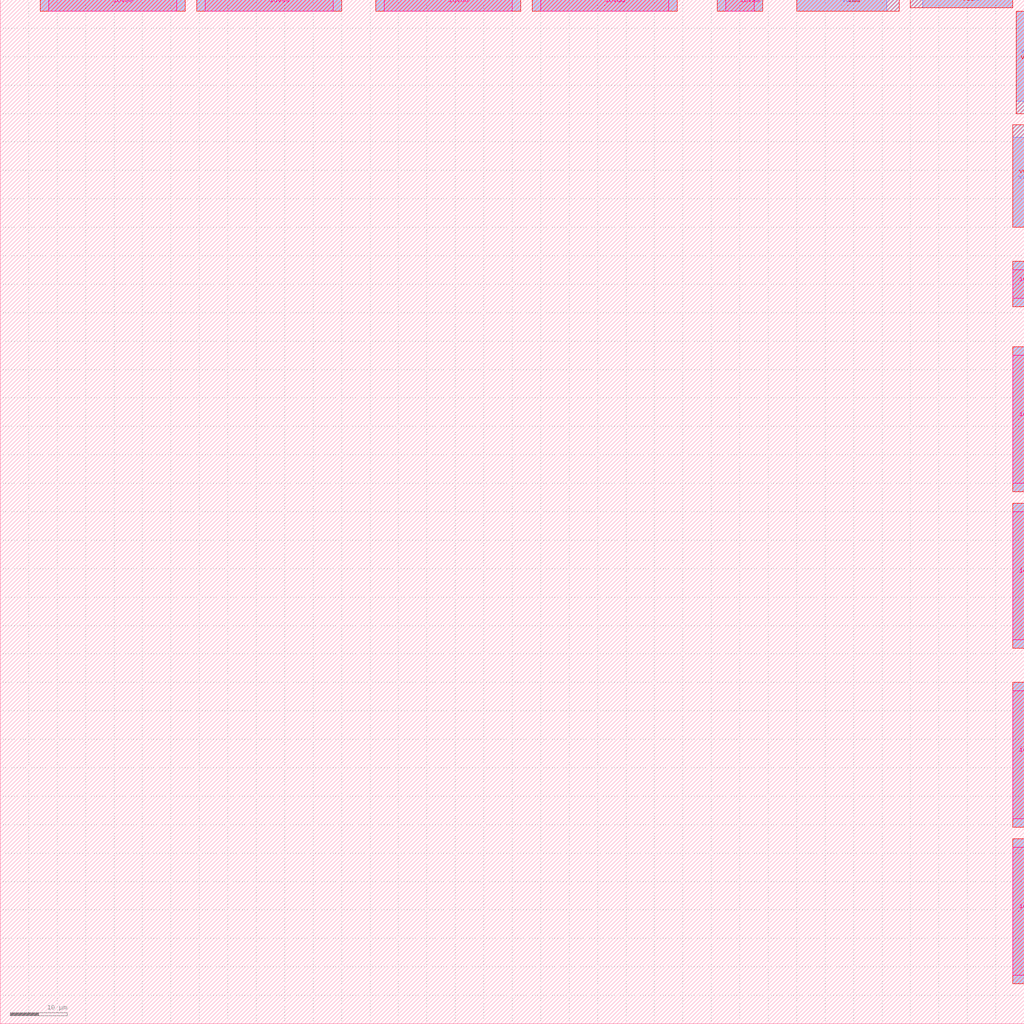
<source format=lef>
# Autogenerated file; please don't edit
# date: 2024-05-13 13:33:05.137460

########################################################################
#
# Copyright 2024 IHP PDK Authors
# 
# Licensed under the Apache License, Version 2.0 (the "License");
# you may not use this file except in compliance with the License.
# You may obtain a copy of the License at
# 
#    https://www.apache.org/licenses/LICENSE-2.0
# 
# Unless required by applicable law or agreed to in writing, software
# distributed under the License is distributed on an "AS IS" BASIS,
# WITHOUT WARRANTIES OR CONDITIONS OF ANY KIND, either express or implied.
# See the License for the specific language governing permissions and
# limitations under the License.
#
########################################################################

VERSION 5.7 ;

SITE sg13g2_ioSite
    CLASS PAD ;
    SYMMETRY R90 ;
    SIZE 1.00 BY 180.00 ;
END sg13g2_ioSite

MACRO sg13g2_Corner
    CLASS PAD SPACER ;
    ORIGIN 180.000 0.000 ;
    FOREIGN sg13g2_Corner -180.000 0.000 ;
    SIZE 180.000 BY 180.000 ;
    SYMMETRY X Y R90 ;
    SITE sg13g2_ioSite ;
  PIN iovdd
    DIRECTION INOUT ;
    USE POWER ;
    PORT
      LAYER Metal3 ;
        RECT -2.000 66.000 0.000 91.500 ;
    END
    PORT
      LAYER Metal3 ;
        RECT -86.500 178.000 -61.000 180.000 ;
    END
    PORT
      LAYER Metal3 ;
        RECT -114.000 178.000 -88.500 180.000 ;
    END
    PORT
      LAYER Metal3 ;
        RECT -2.000 93.500 0.000 119.000 ;
    END
    PORT
      LAYER Metal4 ;
        RECT -2.000 66.000 0.000 91.500 ;
    END
    PORT
      LAYER Metal4 ;
        RECT -86.500 178.000 -61.000 180.000 ;
    END
    PORT
      LAYER Metal4 ;
        RECT -114.000 178.000 -88.500 180.000 ;
    END
    PORT
      LAYER Metal4 ;
        RECT -2.000 93.500 0.000 119.000 ;
    END
    PORT
      LAYER Metal5 ;
        RECT -2.000 66.000 0.000 91.500 ;
    END
    PORT
      LAYER Metal5 ;
        RECT -86.500 178.000 -61.000 180.000 ;
    END
    PORT
      LAYER Metal5 ;
        RECT -114.000 178.000 -88.500 180.000 ;
    END
    PORT
      LAYER Metal5 ;
        RECT -2.000 93.500 0.000 119.000 ;
    END
    PORT
      LAYER TopMetal1 ;
        RECT -2.000 66.000 0.000 91.500 ;
    END
    PORT
      LAYER TopMetal1 ;
        RECT -86.500 178.000 -61.000 180.000 ;
    END
    PORT
      LAYER TopMetal1 ;
        RECT -114.000 178.000 -88.500 180.000 ;
    END
    PORT
      LAYER TopMetal1 ;
        RECT -2.000 93.500 0.000 119.000 ;
    END
    PORT
      LAYER TopMetal2 ;
        RECT -112.500 178.000 -90.000 180.000 ;
    END
    PORT
      LAYER TopMetal2 ;
        RECT -2.000 67.500 0.000 90.000 ;
    END
    PORT
      LAYER TopMetal2 ;
        RECT -85.000 178.000 -62.500 180.000 ;
    END
    PORT
      LAYER TopMetal2 ;
        RECT -2.000 95.000 0.000 117.500 ;
    END
  END iovdd
  PIN iovss
    DIRECTION INOUT ;
    USE GROUND ;
    PORT
      LAYER Metal3 ;
        RECT -2.000 34.500 0.000 60.000 ;
    END
    PORT
      LAYER Metal3 ;
        RECT -173.000 178.000 -147.500 180.000 ;
    END
    PORT
      LAYER Metal3 ;
        RECT -2.000 126.000 0.000 134.000 ;
    END
    PORT
      LAYER Metal3 ;
        RECT -54.000 178.000 -46.000 180.000 ;
    END
    PORT
      LAYER Metal3 ;
        RECT -145.500 178.000 -120.000 180.000 ;
    END
    PORT
      LAYER Metal3 ;
        RECT -2.000 7.000 0.000 32.500 ;
    END
    PORT
      LAYER Metal4 ;
        RECT -2.000 34.500 0.000 60.000 ;
    END
    PORT
      LAYER Metal4 ;
        RECT -173.000 178.000 -147.500 180.000 ;
    END
    PORT
      LAYER Metal4 ;
        RECT -2.000 126.000 0.000 134.000 ;
    END
    PORT
      LAYER Metal4 ;
        RECT -54.000 178.000 -46.000 180.000 ;
    END
    PORT
      LAYER Metal4 ;
        RECT -145.500 178.000 -120.000 180.000 ;
    END
    PORT
      LAYER Metal4 ;
        RECT -2.000 7.000 0.000 32.500 ;
    END
    PORT
      LAYER Metal5 ;
        RECT -2.000 34.500 0.000 60.000 ;
    END
    PORT
      LAYER Metal5 ;
        RECT -173.000 178.000 -147.500 180.000 ;
    END
    PORT
      LAYER Metal5 ;
        RECT -2.000 126.000 0.000 134.000 ;
    END
    PORT
      LAYER Metal5 ;
        RECT -54.000 178.000 -46.000 180.000 ;
    END
    PORT
      LAYER Metal5 ;
        RECT -145.500 178.000 -120.000 180.000 ;
    END
    PORT
      LAYER Metal5 ;
        RECT -2.000 7.000 0.000 32.500 ;
    END
    PORT
      LAYER TopMetal1 ;
        RECT -2.000 34.500 0.000 60.000 ;
    END
    PORT
      LAYER TopMetal1 ;
        RECT -173.000 178.000 -147.500 180.000 ;
    END
    PORT
      LAYER TopMetal1 ;
        RECT -2.000 126.000 0.000 134.000 ;
    END
    PORT
      LAYER TopMetal1 ;
        RECT -54.000 178.000 -46.000 180.000 ;
    END
    PORT
      LAYER TopMetal1 ;
        RECT -145.500 178.000 -120.000 180.000 ;
    END
    PORT
      LAYER TopMetal1 ;
        RECT -2.000 7.000 0.000 32.500 ;
    END
    PORT
      LAYER TopMetal2 ;
        RECT -2.000 127.500 0.000 132.500 ;
    END
    PORT
      LAYER TopMetal2 ;
        RECT -2.000 36.000 0.000 58.500 ;
    END
    PORT
      LAYER TopMetal2 ;
        RECT -171.500 178.000 -149.000 180.000 ;
    END
    PORT
      LAYER TopMetal2 ;
        RECT -2.000 8.500 0.000 31.000 ;
    END
    PORT
      LAYER TopMetal2 ;
        RECT -144.000 178.000 -121.500 180.000 ;
    END
    PORT
      LAYER TopMetal2 ;
        RECT -52.500 178.000 -47.500 180.000 ;
    END
  END iovss
  PIN vdd
    DIRECTION INOUT ;
    USE POWER ;
    PORT
      LAYER Metal3 ;
        RECT -20.000 178.590 -2.000 180.000 ;
    END
    PORT
      LAYER Metal3 ;
        RECT -1.410 160.000 0.000 178.000 ;
    END
    PORT
      LAYER Metal4 ;
        RECT -2.000 140.000 0.000 155.800 ;
    END
    PORT
      LAYER Metal4 ;
        RECT -40.000 178.000 -24.200 180.000 ;
    END
    PORT
      LAYER Metal5 ;
        RECT -2.000 140.000 0.000 158.000 ;
    END
    PORT
      LAYER Metal5 ;
        RECT -40.000 178.000 -22.000 180.000 ;
    END
    PORT
      LAYER TopMetal1 ;
        RECT -2.000 140.000 0.000 158.000 ;
    END
    PORT
      LAYER TopMetal1 ;
        RECT -40.000 178.000 -22.000 180.000 ;
    END
  END vdd
  PIN vss
    DIRECTION INOUT ;
    USE GROUND ;
    PORT
      LAYER Metal3 ;
        RECT -2.000 140.000 0.000 158.000 ;
    END
    PORT
      LAYER Metal3 ;
        RECT -40.000 178.000 -22.000 180.000 ;
    END
    PORT
      LAYER Metal4 ;
        RECT -1.410 162.200 0.000 178.000 ;
    END
    PORT
      LAYER Metal4 ;
        RECT -17.800 178.590 -2.000 180.000 ;
    END
    PORT
      LAYER Metal5 ;
        RECT -20.000 178.590 -2.000 180.000 ;
    END
    PORT
      LAYER Metal5 ;
        RECT -1.410 160.000 0.000 178.000 ;
    END
    PORT
      LAYER TopMetal1 ;
        RECT -20.000 178.590 -2.000 180.000 ;
    END
    PORT
      LAYER TopMetal1 ;
        RECT -1.410 160.000 0.000 178.000 ;
    END
  END vss
  OBS
  END
END sg13g2_Corner

MACRO sg13g2_Filler200
    CLASS PAD SPACER ;
    ORIGIN 0.000 0.000 ;
    FOREIGN sg13g2_Filler200 0.000 0.000 ;
    SIZE 1.000 BY 180.000 ;
    SYMMETRY X Y R90 ;
    SITE sg13g2_ioSite ;
  PIN iovdd
    DIRECTION INOUT ;
    USE POWER ;
    PORT
      LAYER Metal3 ;
        RECT 0.000 66.000 1.000 91.500 ;
    END
    PORT
      LAYER Metal3 ;
        RECT 0.000 93.500 1.000 119.000 ;
    END
    PORT
      LAYER Metal4 ;
        RECT 0.000 66.000 1.000 91.500 ;
    END
    PORT
      LAYER Metal4 ;
        RECT 0.000 93.500 1.000 119.000 ;
    END
    PORT
      LAYER Metal5 ;
        RECT 0.000 66.000 1.000 91.500 ;
    END
    PORT
      LAYER Metal5 ;
        RECT 0.000 93.500 1.000 119.000 ;
    END
    PORT
      LAYER TopMetal1 ;
        RECT 0.000 66.000 1.000 91.500 ;
    END
    PORT
      LAYER TopMetal1 ;
        RECT 0.000 93.500 1.000 119.000 ;
    END
    PORT
      LAYER TopMetal2 ;
        RECT 0.000 95.000 1.000 117.500 ;
    END
    PORT
      LAYER TopMetal2 ;
        RECT 0.000 67.500 1.000 90.000 ;
    END
  END iovdd
  PIN iovss
    DIRECTION INOUT ;
    USE GROUND ;
    PORT
      LAYER Metal3 ;
        RECT 0.000 7.000 1.000 32.500 ;
    END
    PORT
      LAYER Metal3 ;
        RECT 0.000 126.000 1.000 134.000 ;
    END
    PORT
      LAYER Metal3 ;
        RECT 0.000 34.500 1.000 60.000 ;
    END
    PORT
      LAYER Metal4 ;
        RECT 0.000 7.000 1.000 32.500 ;
    END
    PORT
      LAYER Metal4 ;
        RECT 0.000 126.000 1.000 134.000 ;
    END
    PORT
      LAYER Metal4 ;
        RECT 0.000 34.500 1.000 60.000 ;
    END
    PORT
      LAYER Metal5 ;
        RECT 0.000 7.000 1.000 32.500 ;
    END
    PORT
      LAYER Metal5 ;
        RECT 0.000 126.000 1.000 134.000 ;
    END
    PORT
      LAYER Metal5 ;
        RECT 0.000 34.500 1.000 60.000 ;
    END
    PORT
      LAYER TopMetal1 ;
        RECT 0.000 7.000 1.000 32.500 ;
    END
    PORT
      LAYER TopMetal1 ;
        RECT 0.000 126.000 1.000 134.000 ;
    END
    PORT
      LAYER TopMetal1 ;
        RECT 0.000 34.500 1.000 60.000 ;
    END
    PORT
      LAYER TopMetal2 ;
        RECT 0.000 8.500 1.000 31.000 ;
    END
    PORT
      LAYER TopMetal2 ;
        RECT 0.000 127.500 1.000 132.500 ;
    END
    PORT
      LAYER TopMetal2 ;
        RECT 0.000 36.000 1.000 58.500 ;
    END
  END iovss
  PIN vdd
    DIRECTION INOUT ;
    USE POWER ;
    PORT
      LAYER Metal3 ;
        RECT 0.000 160.000 1.000 178.000 ;
    END
    PORT
      LAYER Metal4 ;
        RECT 0.000 140.000 1.000 155.800 ;
    END
    PORT
      LAYER Metal5 ;
        RECT 0.000 140.000 1.000 158.000 ;
    END
    PORT
      LAYER TopMetal1 ;
        RECT 0.000 140.000 1.000 158.000 ;
    END
  END vdd
  PIN vss
    DIRECTION INOUT ;
    USE GROUND ;
    PORT
      LAYER Metal3 ;
        RECT 0.000 140.000 1.000 158.000 ;
    END
    PORT
      LAYER Metal4 ;
        RECT 0.000 162.200 1.000 178.000 ;
    END
    PORT
      LAYER Metal5 ;
        RECT 0.000 160.000 1.000 178.000 ;
    END
    PORT
      LAYER TopMetal1 ;
        RECT 0.000 160.000 1.000 178.000 ;
    END
  END vss
  OBS
  END
END sg13g2_Filler200

MACRO sg13g2_Filler400
    CLASS PAD SPACER ;
    ORIGIN 0.000 0.000 ;
    FOREIGN sg13g2_Filler400 0.000 0.000 ;
    SIZE 2.000 BY 180.000 ;
    SYMMETRY X Y R90 ;
    SITE sg13g2_ioSite ;
  PIN iovdd
    DIRECTION INOUT ;
    USE POWER ;
    PORT
      LAYER Metal3 ;
        RECT 0.000 93.500 2.000 119.000 ;
    END
    PORT
      LAYER Metal3 ;
        RECT 0.000 66.000 2.000 91.500 ;
    END
    PORT
      LAYER Metal4 ;
        RECT 0.000 93.500 2.000 119.000 ;
    END
    PORT
      LAYER Metal4 ;
        RECT 0.000 66.000 2.000 91.500 ;
    END
    PORT
      LAYER Metal5 ;
        RECT 0.000 93.500 2.000 119.000 ;
    END
    PORT
      LAYER Metal5 ;
        RECT 0.000 66.000 2.000 91.500 ;
    END
    PORT
      LAYER TopMetal1 ;
        RECT 0.000 93.500 2.000 119.000 ;
    END
    PORT
      LAYER TopMetal1 ;
        RECT 0.000 66.000 2.000 91.500 ;
    END
    PORT
      LAYER TopMetal2 ;
        RECT 0.000 67.500 2.000 90.000 ;
    END
    PORT
      LAYER TopMetal2 ;
        RECT 0.000 95.000 2.000 117.500 ;
    END
  END iovdd
  PIN iovss
    DIRECTION INOUT ;
    USE GROUND ;
    PORT
      LAYER Metal3 ;
        RECT 0.000 126.000 2.000 134.000 ;
    END
    PORT
      LAYER Metal3 ;
        RECT 0.000 7.000 2.000 32.500 ;
    END
    PORT
      LAYER Metal3 ;
        RECT 0.000 34.500 2.000 60.000 ;
    END
    PORT
      LAYER Metal4 ;
        RECT 0.000 126.000 2.000 134.000 ;
    END
    PORT
      LAYER Metal4 ;
        RECT 0.000 7.000 2.000 32.500 ;
    END
    PORT
      LAYER Metal4 ;
        RECT 0.000 34.500 2.000 60.000 ;
    END
    PORT
      LAYER Metal5 ;
        RECT 0.000 126.000 2.000 134.000 ;
    END
    PORT
      LAYER Metal5 ;
        RECT 0.000 7.000 2.000 32.500 ;
    END
    PORT
      LAYER Metal5 ;
        RECT 0.000 34.500 2.000 60.000 ;
    END
    PORT
      LAYER TopMetal1 ;
        RECT 0.000 126.000 2.000 134.000 ;
    END
    PORT
      LAYER TopMetal1 ;
        RECT 0.000 7.000 2.000 32.500 ;
    END
    PORT
      LAYER TopMetal1 ;
        RECT 0.000 34.500 2.000 60.000 ;
    END
    PORT
      LAYER TopMetal2 ;
        RECT 0.000 8.500 2.000 31.000 ;
    END
    PORT
      LAYER TopMetal2 ;
        RECT 0.000 36.000 2.000 58.500 ;
    END
    PORT
      LAYER TopMetal2 ;
        RECT 0.000 127.500 2.000 132.500 ;
    END
  END iovss
  PIN vdd
    DIRECTION INOUT ;
    USE POWER ;
    PORT
      LAYER Metal3 ;
        RECT 0.000 160.000 2.000 178.000 ;
    END
    PORT
      LAYER Metal4 ;
        RECT 0.000 140.000 2.000 155.800 ;
    END
    PORT
      LAYER Metal5 ;
        RECT 0.000 140.000 2.000 158.000 ;
    END
    PORT
      LAYER TopMetal1 ;
        RECT 0.000 140.000 2.000 158.000 ;
    END
  END vdd
  PIN vss
    DIRECTION INOUT ;
    USE GROUND ;
    PORT
      LAYER Metal3 ;
        RECT 0.000 140.000 2.000 158.000 ;
    END
    PORT
      LAYER Metal4 ;
        RECT 0.000 162.200 2.000 178.000 ;
    END
    PORT
      LAYER Metal5 ;
        RECT 0.000 160.000 2.000 178.000 ;
    END
    PORT
      LAYER TopMetal1 ;
        RECT 0.000 160.000 2.000 178.000 ;
    END
  END vss
  OBS
  END
END sg13g2_Filler400

MACRO sg13g2_Filler1000
    CLASS PAD SPACER ;
    ORIGIN 0.000 0.000 ;
    FOREIGN sg13g2_Filler1000 0.000 0.000 ;
    SIZE 5.000 BY 180.000 ;
    SYMMETRY X Y R90 ;
    SITE sg13g2_ioSite ;
  PIN iovdd
    DIRECTION INOUT ;
    USE POWER ;
    PORT
      LAYER Metal3 ;
        RECT 0.000 66.000 5.000 91.500 ;
    END
    PORT
      LAYER Metal3 ;
        RECT 0.000 93.500 5.000 119.000 ;
    END
    PORT
      LAYER Metal4 ;
        RECT 0.000 66.000 5.000 91.500 ;
    END
    PORT
      LAYER Metal4 ;
        RECT 0.000 93.500 5.000 119.000 ;
    END
    PORT
      LAYER Metal5 ;
        RECT 0.000 66.000 5.000 91.500 ;
    END
    PORT
      LAYER Metal5 ;
        RECT 0.000 93.500 5.000 119.000 ;
    END
    PORT
      LAYER TopMetal1 ;
        RECT 0.000 66.000 5.000 91.500 ;
    END
    PORT
      LAYER TopMetal1 ;
        RECT 0.000 93.500 5.000 119.000 ;
    END
    PORT
      LAYER TopMetal2 ;
        RECT 0.000 95.000 5.000 117.500 ;
    END
    PORT
      LAYER TopMetal2 ;
        RECT 0.000 67.500 5.000 90.000 ;
    END
  END iovdd
  PIN iovss
    DIRECTION INOUT ;
    USE GROUND ;
    PORT
      LAYER Metal3 ;
        RECT 0.000 34.500 5.000 60.000 ;
    END
    PORT
      LAYER Metal3 ;
        RECT 0.000 7.000 5.000 32.500 ;
    END
    PORT
      LAYER Metal3 ;
        RECT 0.000 126.000 5.000 134.000 ;
    END
    PORT
      LAYER Metal4 ;
        RECT 0.000 34.500 5.000 60.000 ;
    END
    PORT
      LAYER Metal4 ;
        RECT 0.000 7.000 5.000 32.500 ;
    END
    PORT
      LAYER Metal4 ;
        RECT 0.000 126.000 5.000 134.000 ;
    END
    PORT
      LAYER Metal5 ;
        RECT 0.000 34.500 5.000 60.000 ;
    END
    PORT
      LAYER Metal5 ;
        RECT 0.000 7.000 5.000 32.500 ;
    END
    PORT
      LAYER Metal5 ;
        RECT 0.000 126.000 5.000 134.000 ;
    END
    PORT
      LAYER TopMetal1 ;
        RECT 0.000 34.500 5.000 60.000 ;
    END
    PORT
      LAYER TopMetal1 ;
        RECT 0.000 7.000 5.000 32.500 ;
    END
    PORT
      LAYER TopMetal1 ;
        RECT 0.000 126.000 5.000 134.000 ;
    END
    PORT
      LAYER TopMetal2 ;
        RECT 0.000 127.500 5.000 132.500 ;
    END
    PORT
      LAYER TopMetal2 ;
        RECT 0.000 36.000 5.000 58.500 ;
    END
    PORT
      LAYER TopMetal2 ;
        RECT 0.000 8.500 5.000 31.000 ;
    END
  END iovss
  PIN vdd
    DIRECTION INOUT ;
    USE POWER ;
    PORT
      LAYER Metal3 ;
        RECT 0.000 160.000 5.000 178.000 ;
    END
    PORT
      LAYER Metal4 ;
        RECT 0.000 140.000 5.000 155.800 ;
    END
    PORT
      LAYER Metal5 ;
        RECT 0.000 140.000 5.000 158.000 ;
    END
    PORT
      LAYER TopMetal1 ;
        RECT 0.000 140.000 5.000 158.000 ;
    END
  END vdd
  PIN vss
    DIRECTION INOUT ;
    USE GROUND ;
    PORT
      LAYER Metal3 ;
        RECT 0.000 140.000 5.000 158.000 ;
    END
    PORT
      LAYER Metal4 ;
        RECT 0.000 162.200 5.000 178.000 ;
    END
    PORT
      LAYER Metal5 ;
        RECT 0.000 160.000 5.000 178.000 ;
    END
    PORT
      LAYER TopMetal1 ;
        RECT 0.000 160.000 5.000 178.000 ;
    END
  END vss
  OBS
  END
END sg13g2_Filler1000

MACRO sg13g2_Filler2000
    CLASS PAD SPACER ;
    ORIGIN 0.000 0.000 ;
    FOREIGN sg13g2_Filler2000 0.000 0.000 ;
    SIZE 10.000 BY 180.000 ;
    SYMMETRY X Y R90 ;
    SITE sg13g2_ioSite ;
  PIN iovdd
    DIRECTION INOUT ;
    USE POWER ;
    PORT
      LAYER Metal3 ;
        RECT 0.000 66.000 10.000 91.500 ;
    END
    PORT
      LAYER Metal3 ;
        RECT 0.000 93.500 10.000 119.000 ;
    END
    PORT
      LAYER Metal4 ;
        RECT 0.000 66.000 10.000 91.500 ;
    END
    PORT
      LAYER Metal4 ;
        RECT 0.000 93.500 10.000 119.000 ;
    END
    PORT
      LAYER Metal5 ;
        RECT 0.000 66.000 10.000 91.500 ;
    END
    PORT
      LAYER Metal5 ;
        RECT 0.000 93.500 10.000 119.000 ;
    END
    PORT
      LAYER TopMetal1 ;
        RECT 0.000 66.000 10.000 91.500 ;
    END
    PORT
      LAYER TopMetal1 ;
        RECT 0.000 93.500 10.000 119.000 ;
    END
    PORT
      LAYER TopMetal2 ;
        RECT 0.000 67.500 10.000 90.000 ;
    END
    PORT
      LAYER TopMetal2 ;
        RECT 0.000 95.000 10.000 117.500 ;
    END
  END iovdd
  PIN iovss
    DIRECTION INOUT ;
    USE GROUND ;
    PORT
      LAYER Metal3 ;
        RECT 0.000 126.000 10.000 134.000 ;
    END
    PORT
      LAYER Metal3 ;
        RECT 0.000 7.000 10.000 32.500 ;
    END
    PORT
      LAYER Metal3 ;
        RECT 0.000 34.500 10.000 60.000 ;
    END
    PORT
      LAYER Metal4 ;
        RECT 0.000 126.000 10.000 134.000 ;
    END
    PORT
      LAYER Metal4 ;
        RECT 0.000 7.000 10.000 32.500 ;
    END
    PORT
      LAYER Metal4 ;
        RECT 0.000 34.500 10.000 60.000 ;
    END
    PORT
      LAYER Metal5 ;
        RECT 0.000 126.000 10.000 134.000 ;
    END
    PORT
      LAYER Metal5 ;
        RECT 0.000 7.000 10.000 32.500 ;
    END
    PORT
      LAYER Metal5 ;
        RECT 0.000 34.500 10.000 60.000 ;
    END
    PORT
      LAYER TopMetal1 ;
        RECT 0.000 126.000 10.000 134.000 ;
    END
    PORT
      LAYER TopMetal1 ;
        RECT 0.000 7.000 10.000 32.500 ;
    END
    PORT
      LAYER TopMetal1 ;
        RECT 0.000 34.500 10.000 60.000 ;
    END
    PORT
      LAYER TopMetal2 ;
        RECT 0.000 8.500 10.000 31.000 ;
    END
    PORT
      LAYER TopMetal2 ;
        RECT 0.000 36.000 10.000 58.500 ;
    END
    PORT
      LAYER TopMetal2 ;
        RECT 0.000 127.500 10.000 132.500 ;
    END
  END iovss
  PIN vdd
    DIRECTION INOUT ;
    USE POWER ;
    PORT
      LAYER Metal3 ;
        RECT 0.000 160.000 10.000 178.000 ;
    END
    PORT
      LAYER Metal4 ;
        RECT 0.000 140.000 10.000 155.800 ;
    END
    PORT
      LAYER Metal5 ;
        RECT 0.000 140.000 10.000 158.000 ;
    END
    PORT
      LAYER TopMetal1 ;
        RECT 0.000 140.000 10.000 158.000 ;
    END
  END vdd
  PIN vss
    DIRECTION INOUT ;
    USE GROUND ;
    PORT
      LAYER Metal3 ;
        RECT 0.000 140.000 10.000 158.000 ;
    END
    PORT
      LAYER Metal4 ;
        RECT 0.000 162.200 10.000 178.000 ;
    END
    PORT
      LAYER Metal5 ;
        RECT 0.000 160.000 10.000 178.000 ;
    END
    PORT
      LAYER TopMetal1 ;
        RECT 0.000 160.000 10.000 178.000 ;
    END
  END vss
  OBS
  END
END sg13g2_Filler2000

MACRO sg13g2_Filler4000
    CLASS PAD SPACER ;
    ORIGIN 0.000 0.000 ;
    FOREIGN sg13g2_Filler4000 0.000 0.000 ;
    SIZE 20.000 BY 180.000 ;
    SYMMETRY X Y R90 ;
    SITE sg13g2_ioSite ;
  PIN iovdd
    DIRECTION INOUT ;
    USE POWER ;
    PORT
      LAYER Metal3 ;
        RECT 0.000 66.000 20.000 91.500 ;
    END
    PORT
      LAYER Metal3 ;
        RECT 0.000 93.500 20.000 119.000 ;
    END
    PORT
      LAYER Metal4 ;
        RECT 0.000 66.000 20.000 91.500 ;
    END
    PORT
      LAYER Metal4 ;
        RECT 0.000 93.500 20.000 119.000 ;
    END
    PORT
      LAYER Metal5 ;
        RECT 0.000 66.000 20.000 91.500 ;
    END
    PORT
      LAYER Metal5 ;
        RECT 0.000 93.500 20.000 119.000 ;
    END
    PORT
      LAYER TopMetal1 ;
        RECT 0.000 66.000 20.000 91.500 ;
    END
    PORT
      LAYER TopMetal1 ;
        RECT 0.000 93.500 20.000 119.000 ;
    END
    PORT
      LAYER TopMetal2 ;
        RECT 0.000 95.000 20.000 117.500 ;
    END
    PORT
      LAYER TopMetal2 ;
        RECT 0.000 67.500 20.000 90.000 ;
    END
  END iovdd
  PIN iovss
    DIRECTION INOUT ;
    USE GROUND ;
    PORT
      LAYER Metal3 ;
        RECT 0.000 7.000 20.000 32.500 ;
    END
    PORT
      LAYER Metal3 ;
        RECT 0.000 34.500 20.000 60.000 ;
    END
    PORT
      LAYER Metal3 ;
        RECT 0.000 126.000 20.000 134.000 ;
    END
    PORT
      LAYER Metal4 ;
        RECT 0.000 7.000 20.000 32.500 ;
    END
    PORT
      LAYER Metal4 ;
        RECT 0.000 34.500 20.000 60.000 ;
    END
    PORT
      LAYER Metal4 ;
        RECT 0.000 126.000 20.000 134.000 ;
    END
    PORT
      LAYER Metal5 ;
        RECT 0.000 7.000 20.000 32.500 ;
    END
    PORT
      LAYER Metal5 ;
        RECT 0.000 34.500 20.000 60.000 ;
    END
    PORT
      LAYER Metal5 ;
        RECT 0.000 126.000 20.000 134.000 ;
    END
    PORT
      LAYER TopMetal1 ;
        RECT 0.000 7.000 20.000 32.500 ;
    END
    PORT
      LAYER TopMetal1 ;
        RECT 0.000 34.500 20.000 60.000 ;
    END
    PORT
      LAYER TopMetal1 ;
        RECT 0.000 126.000 20.000 134.000 ;
    END
    PORT
      LAYER TopMetal2 ;
        RECT 0.000 127.500 20.000 132.500 ;
    END
    PORT
      LAYER TopMetal2 ;
        RECT 0.000 36.000 20.000 58.500 ;
    END
    PORT
      LAYER TopMetal2 ;
        RECT 0.000 8.500 20.000 31.000 ;
    END
  END iovss
  PIN vdd
    DIRECTION INOUT ;
    USE POWER ;
    PORT
      LAYER Metal3 ;
        RECT 0.000 160.000 20.000 178.000 ;
    END
    PORT
      LAYER Metal4 ;
        RECT 0.000 140.000 20.000 155.800 ;
    END
    PORT
      LAYER Metal5 ;
        RECT 0.000 140.000 20.000 158.000 ;
    END
    PORT
      LAYER TopMetal1 ;
        RECT 0.000 140.000 20.000 158.000 ;
    END
  END vdd
  PIN vss
    DIRECTION INOUT ;
    USE GROUND ;
    PORT
      LAYER Metal3 ;
        RECT 0.000 140.000 20.000 158.000 ;
    END
    PORT
      LAYER Metal4 ;
        RECT 0.000 162.200 20.000 178.000 ;
    END
    PORT
      LAYER Metal5 ;
        RECT 0.000 160.000 20.000 178.000 ;
    END
    PORT
      LAYER TopMetal1 ;
        RECT 0.000 160.000 20.000 178.000 ;
    END
  END vss
  OBS
  END
END sg13g2_Filler4000

MACRO sg13g2_Filler10000
    CLASS PAD SPACER ;
    ORIGIN 0.000 0.000 ;
    FOREIGN sg13g2_Filler10000 0.000 0.000 ;
    SIZE 50.000 BY 180.000 ;
    SYMMETRY X Y R90 ;
    SITE sg13g2_ioSite ;
  PIN iovdd
    DIRECTION INOUT ;
    USE POWER ;
    PORT
      LAYER Metal3 ;
        RECT 0.000 66.000 50.000 91.500 ;
    END
    PORT
      LAYER Metal3 ;
        RECT 0.000 93.500 50.000 119.000 ;
    END
    PORT
      LAYER Metal4 ;
        RECT 0.000 66.000 50.000 91.500 ;
    END
    PORT
      LAYER Metal4 ;
        RECT 0.000 93.500 50.000 119.000 ;
    END
    PORT
      LAYER Metal5 ;
        RECT 0.000 66.000 50.000 91.500 ;
    END
    PORT
      LAYER Metal5 ;
        RECT 0.000 93.500 50.000 119.000 ;
    END
    PORT
      LAYER TopMetal1 ;
        RECT 0.000 66.000 50.000 91.500 ;
    END
    PORT
      LAYER TopMetal1 ;
        RECT 0.000 93.500 50.000 119.000 ;
    END
    PORT
      LAYER TopMetal2 ;
        RECT 0.000 95.000 50.000 117.500 ;
    END
    PORT
      LAYER TopMetal2 ;
        RECT 0.000 67.500 50.000 90.000 ;
    END
  END iovdd
  PIN iovss
    DIRECTION INOUT ;
    USE GROUND ;
    PORT
      LAYER Metal3 ;
        RECT 0.000 7.000 50.000 32.500 ;
    END
    PORT
      LAYER Metal3 ;
        RECT 0.000 126.000 50.000 134.000 ;
    END
    PORT
      LAYER Metal3 ;
        RECT 0.000 34.500 50.000 60.000 ;
    END
    PORT
      LAYER Metal4 ;
        RECT 0.000 7.000 50.000 32.500 ;
    END
    PORT
      LAYER Metal4 ;
        RECT 0.000 126.000 50.000 134.000 ;
    END
    PORT
      LAYER Metal4 ;
        RECT 0.000 34.500 50.000 60.000 ;
    END
    PORT
      LAYER Metal5 ;
        RECT 0.000 7.000 50.000 32.500 ;
    END
    PORT
      LAYER Metal5 ;
        RECT 0.000 126.000 50.000 134.000 ;
    END
    PORT
      LAYER Metal5 ;
        RECT 0.000 34.500 50.000 60.000 ;
    END
    PORT
      LAYER TopMetal1 ;
        RECT 0.000 7.000 50.000 32.500 ;
    END
    PORT
      LAYER TopMetal1 ;
        RECT 0.000 126.000 50.000 134.000 ;
    END
    PORT
      LAYER TopMetal1 ;
        RECT 0.000 34.500 50.000 60.000 ;
    END
    PORT
      LAYER TopMetal2 ;
        RECT 0.000 8.500 50.000 31.000 ;
    END
    PORT
      LAYER TopMetal2 ;
        RECT 0.000 127.500 50.000 132.500 ;
    END
    PORT
      LAYER TopMetal2 ;
        RECT 0.000 36.000 50.000 58.500 ;
    END
  END iovss
  PIN vdd
    DIRECTION INOUT ;
    USE POWER ;
    PORT
      LAYER Metal3 ;
        RECT 0.000 160.000 50.000 178.000 ;
    END
    PORT
      LAYER Metal4 ;
        RECT 0.000 140.000 50.000 155.800 ;
    END
    PORT
      LAYER Metal5 ;
        RECT 0.000 140.000 50.000 158.000 ;
    END
    PORT
      LAYER TopMetal1 ;
        RECT 0.000 140.000 50.000 158.000 ;
    END
  END vdd
  PIN vss
    DIRECTION INOUT ;
    USE GROUND ;
    PORT
      LAYER Metal3 ;
        RECT 0.000 140.000 50.000 158.000 ;
    END
    PORT
      LAYER Metal4 ;
        RECT 0.000 162.200 50.000 178.000 ;
    END
    PORT
      LAYER Metal5 ;
        RECT 0.000 160.000 50.000 178.000 ;
    END
    PORT
      LAYER TopMetal1 ;
        RECT 0.000 160.000 50.000 178.000 ;
    END
  END vss
  OBS
  END
END sg13g2_Filler10000

MACRO sg13g2_IOPadIn
    CLASS PAD INPUT ;
    ORIGIN 0.000 0.000 ;
    FOREIGN sg13g2_IOPadIn 0.000 0.000 ;
    SIZE 80.000 BY 180.000 ;
    SYMMETRY X Y R90 ;
    SITE sg13g2_ioSite ;
  PIN iovdd
    DIRECTION INOUT ;
    USE POWER ;
    PORT
      LAYER Metal3 ;
        RECT 0.000 93.500 80.000 119.000 ;
    END
    PORT
      LAYER Metal3 ;
        RECT 0.000 66.000 80.000 91.500 ;
    END
    PORT
      LAYER Metal4 ;
        RECT 0.000 93.500 80.000 119.000 ;
    END
    PORT
      LAYER Metal4 ;
        RECT 0.000 66.000 80.000 91.500 ;
    END
    PORT
      LAYER Metal5 ;
        RECT 0.000 93.500 80.000 119.000 ;
    END
    PORT
      LAYER Metal5 ;
        RECT 0.000 66.000 80.000 91.500 ;
    END
    PORT
      LAYER TopMetal1 ;
        RECT 0.000 93.500 80.000 119.000 ;
    END
    PORT
      LAYER TopMetal1 ;
        RECT 0.000 66.000 80.000 91.500 ;
    END
    PORT
      LAYER TopMetal2 ;
        RECT 0.000 95.000 80.000 117.500 ;
    END
    PORT
      LAYER TopMetal2 ;
        RECT 0.000 67.500 80.000 90.000 ;
    END
  END iovdd
  PIN iovss
    DIRECTION INOUT ;
    USE GROUND ;
    PORT
      LAYER Metal3 ;
        RECT 0.000 7.000 80.000 32.500 ;
    END
    PORT
      LAYER Metal3 ;
        RECT 0.000 126.000 80.000 134.000 ;
    END
    PORT
      LAYER Metal3 ;
        RECT 0.000 34.500 80.000 60.000 ;
    END
    PORT
      LAYER Metal4 ;
        RECT 0.000 7.000 80.000 32.500 ;
    END
    PORT
      LAYER Metal4 ;
        RECT 0.000 126.000 80.000 134.000 ;
    END
    PORT
      LAYER Metal4 ;
        RECT 0.000 34.500 80.000 60.000 ;
    END
    PORT
      LAYER Metal5 ;
        RECT 0.000 7.000 80.000 32.500 ;
    END
    PORT
      LAYER Metal5 ;
        RECT 0.000 126.000 80.000 134.000 ;
    END
    PORT
      LAYER Metal5 ;
        RECT 0.000 34.500 80.000 60.000 ;
    END
    PORT
      LAYER TopMetal1 ;
        RECT 0.000 7.000 80.000 32.500 ;
    END
    PORT
      LAYER TopMetal1 ;
        RECT 0.000 126.000 80.000 134.000 ;
    END
    PORT
      LAYER TopMetal1 ;
        RECT 0.000 34.500 80.000 60.000 ;
    END
    PORT
      LAYER TopMetal2 ;
        RECT 0.000 36.000 80.000 58.500 ;
    END
    PORT
      LAYER TopMetal2 ;
        RECT 0.000 8.500 80.000 31.000 ;
    END
    PORT
      LAYER TopMetal2 ;
        RECT 0.000 127.500 80.000 132.500 ;
    END
  END iovss
  PIN p2c
    DIRECTION OUTPUT ;
    USE SIGNAL ;
    PORT
      LAYER Metal2 ;
        RECT 39.830 157.810 40.120 180.000 ;
      LAYER Metal3 ;
        RECT 39.725 179.710 40.225 180.000 ;
    END
  END p2c
  PIN pad
    DIRECTION INOUT ;
    USE SIGNAL ;
    PORT
      LAYER Metal2 ;
        RECT 5.000 0.000 75.000 3.000 ;
      LAYER Metal3 ;
        RECT 5.000 0.000 75.000 3.000 ;
      LAYER Metal4 ;
        RECT 5.000 0.000 75.000 3.000 ;
      LAYER Metal5 ;
        RECT 5.000 0.000 75.000 3.000 ;
      LAYER TopMetal1 ;
        RECT 5.000 0.000 75.000 3.000 ;
      LAYER TopMetal2 ;
        RECT 5.000 0.000 75.000 3.000 ;
    END
  END pad
  PIN vdd
    DIRECTION INOUT ;
    USE POWER ;
    PORT
      LAYER Metal3 ;
        RECT 0.000 160.000 80.000 178.000 ;
    END
    PORT
      LAYER Metal4 ;
        RECT 0.000 140.000 80.000 155.800 ;
    END
    PORT
      LAYER Metal5 ;
        RECT 0.000 140.000 80.000 158.000 ;
    END
    PORT
      LAYER TopMetal1 ;
        RECT 0.000 140.000 80.000 158.000 ;
    END
  END vdd
  PIN vss
    DIRECTION INOUT ;
    USE GROUND ;
    PORT
      LAYER Metal3 ;
        RECT 0.000 140.000 80.000 158.000 ;
    END
    PORT
      LAYER Metal4 ;
        RECT 0.000 162.200 80.000 178.000 ;
    END
    PORT
      LAYER Metal5 ;
        RECT 0.000 160.000 80.000 178.000 ;
    END
    PORT
      LAYER TopMetal1 ;
        RECT 0.000 160.000 80.000 178.000 ;
    END
  END vss
  OBS
  END
END sg13g2_IOPadIn

MACRO sg13g2_IOPadOut4mA
    CLASS PAD OUTPUT ;
    ORIGIN 0.000 0.000 ;
    FOREIGN sg13g2_IOPadOut4mA 0.000 0.000 ;
    SIZE 80.000 BY 180.000 ;
    SYMMETRY X Y R90 ;
    SITE sg13g2_ioSite ;
  PIN c2p
    DIRECTION INPUT ;
    USE SIGNAL ;
    PORT
      LAYER Metal2 ;
        RECT 38.145 167.000 41.855 180.000 ;
      LAYER Metal3 ;
        RECT 38.145 179.710 41.855 180.000 ;
    END
  END c2p
  PIN iovdd
    DIRECTION INOUT ;
    USE POWER ;
    PORT
      LAYER Metal3 ;
        RECT 0.000 93.500 80.000 119.000 ;
    END
    PORT
      LAYER Metal3 ;
        RECT 0.000 66.000 80.000 91.500 ;
    END
    PORT
      LAYER Metal4 ;
        RECT 0.000 93.500 80.000 119.000 ;
    END
    PORT
      LAYER Metal4 ;
        RECT 0.000 66.000 80.000 91.500 ;
    END
    PORT
      LAYER Metal5 ;
        RECT 0.000 93.500 80.000 119.000 ;
    END
    PORT
      LAYER Metal5 ;
        RECT 0.000 66.000 80.000 91.500 ;
    END
    PORT
      LAYER TopMetal1 ;
        RECT 0.000 93.500 80.000 119.000 ;
    END
    PORT
      LAYER TopMetal1 ;
        RECT 0.000 66.000 80.000 91.500 ;
    END
    PORT
      LAYER TopMetal2 ;
        RECT 0.000 95.000 80.000 117.500 ;
    END
    PORT
      LAYER TopMetal2 ;
        RECT 0.000 67.500 80.000 90.000 ;
    END
  END iovdd
  PIN iovss
    DIRECTION INOUT ;
    USE GROUND ;
    PORT
      LAYER Metal3 ;
        RECT 0.000 7.000 80.000 32.500 ;
    END
    PORT
      LAYER Metal3 ;
        RECT 0.000 126.000 80.000 134.000 ;
    END
    PORT
      LAYER Metal3 ;
        RECT 0.000 34.500 80.000 60.000 ;
    END
    PORT
      LAYER Metal4 ;
        RECT 0.000 7.000 80.000 32.500 ;
    END
    PORT
      LAYER Metal4 ;
        RECT 0.000 126.000 80.000 134.000 ;
    END
    PORT
      LAYER Metal4 ;
        RECT 0.000 34.500 80.000 60.000 ;
    END
    PORT
      LAYER Metal5 ;
        RECT 0.000 7.000 80.000 32.500 ;
    END
    PORT
      LAYER Metal5 ;
        RECT 0.000 126.000 80.000 134.000 ;
    END
    PORT
      LAYER Metal5 ;
        RECT 0.000 34.500 80.000 60.000 ;
    END
    PORT
      LAYER TopMetal1 ;
        RECT 0.000 7.000 80.000 32.500 ;
    END
    PORT
      LAYER TopMetal1 ;
        RECT 0.000 126.000 80.000 134.000 ;
    END
    PORT
      LAYER TopMetal1 ;
        RECT 0.000 34.500 80.000 60.000 ;
    END
    PORT
      LAYER TopMetal2 ;
        RECT 0.000 36.000 80.000 58.500 ;
    END
    PORT
      LAYER TopMetal2 ;
        RECT 0.000 8.500 80.000 31.000 ;
    END
    PORT
      LAYER TopMetal2 ;
        RECT 0.000 127.500 80.000 132.500 ;
    END
  END iovss
  PIN pad
    DIRECTION INOUT ;
    USE SIGNAL ;
    PORT
      LAYER Metal2 ;
        RECT 5.000 0.000 75.000 3.000 ;
      LAYER Metal3 ;
        RECT 5.000 0.000 75.000 3.000 ;
      LAYER Metal4 ;
        RECT 5.000 0.000 75.000 3.000 ;
      LAYER Metal5 ;
        RECT 5.000 0.000 75.000 3.000 ;
      LAYER TopMetal1 ;
        RECT 5.000 0.000 75.000 3.000 ;
      LAYER TopMetal2 ;
        RECT 5.000 0.000 75.000 3.000 ;
    END
  END pad
  PIN vdd
    DIRECTION INOUT ;
    USE POWER ;
    PORT
      LAYER Metal3 ;
        RECT 0.000 160.000 80.000 178.000 ;
    END
    PORT
      LAYER Metal4 ;
        RECT 0.000 140.000 80.000 155.800 ;
    END
    PORT
      LAYER Metal5 ;
        RECT 0.000 140.000 80.000 158.000 ;
    END
    PORT
      LAYER TopMetal1 ;
        RECT 0.000 140.000 80.000 158.000 ;
    END
  END vdd
  PIN vss
    DIRECTION INOUT ;
    USE GROUND ;
    PORT
      LAYER Metal3 ;
        RECT 0.000 140.000 80.000 158.000 ;
    END
    PORT
      LAYER Metal4 ;
        RECT 0.000 162.200 80.000 178.000 ;
    END
    PORT
      LAYER Metal5 ;
        RECT 0.000 160.000 80.000 178.000 ;
    END
    PORT
      LAYER TopMetal1 ;
        RECT 0.000 160.000 80.000 178.000 ;
    END
  END vss
  OBS
  END
END sg13g2_IOPadOut4mA

MACRO sg13g2_IOPadOut16mA
    CLASS PAD OUTPUT ;
    ORIGIN 0.000 0.000 ;
    FOREIGN sg13g2_IOPadOut16mA 0.000 0.000 ;
    SIZE 80.000 BY 180.000 ;
    SYMMETRY X Y R90 ;
    SITE sg13g2_ioSite ;
  PIN c2p
    DIRECTION INPUT ;
    USE SIGNAL ;
    PORT
      LAYER Metal2 ;
        RECT 38.145 167.000 41.855 180.000 ;
      LAYER Metal3 ;
        RECT 38.145 179.710 41.855 180.000 ;
    END
  END c2p
  PIN iovdd
    DIRECTION INOUT ;
    USE POWER ;
    PORT
      LAYER Metal3 ;
        RECT 0.000 93.500 80.000 119.000 ;
    END
    PORT
      LAYER Metal3 ;
        RECT 0.000 66.000 80.000 91.500 ;
    END
    PORT
      LAYER Metal4 ;
        RECT 0.000 93.500 80.000 119.000 ;
    END
    PORT
      LAYER Metal4 ;
        RECT 0.000 66.000 80.000 91.500 ;
    END
    PORT
      LAYER Metal5 ;
        RECT 0.000 93.500 80.000 119.000 ;
    END
    PORT
      LAYER Metal5 ;
        RECT 0.000 66.000 80.000 91.500 ;
    END
    PORT
      LAYER TopMetal1 ;
        RECT 0.000 93.500 80.000 119.000 ;
    END
    PORT
      LAYER TopMetal1 ;
        RECT 0.000 66.000 80.000 91.500 ;
    END
    PORT
      LAYER TopMetal2 ;
        RECT 0.000 95.000 80.000 117.500 ;
    END
    PORT
      LAYER TopMetal2 ;
        RECT 0.000 67.500 80.000 90.000 ;
    END
  END iovdd
  PIN iovss
    DIRECTION INOUT ;
    USE GROUND ;
    PORT
      LAYER Metal3 ;
        RECT 0.000 7.000 80.000 32.500 ;
    END
    PORT
      LAYER Metal3 ;
        RECT 0.000 126.000 80.000 134.000 ;
    END
    PORT
      LAYER Metal3 ;
        RECT 0.000 34.500 80.000 60.000 ;
    END
    PORT
      LAYER Metal4 ;
        RECT 0.000 7.000 80.000 32.500 ;
    END
    PORT
      LAYER Metal4 ;
        RECT 0.000 126.000 80.000 134.000 ;
    END
    PORT
      LAYER Metal4 ;
        RECT 0.000 34.500 80.000 60.000 ;
    END
    PORT
      LAYER Metal5 ;
        RECT 0.000 7.000 80.000 32.500 ;
    END
    PORT
      LAYER Metal5 ;
        RECT 0.000 126.000 80.000 134.000 ;
    END
    PORT
      LAYER Metal5 ;
        RECT 0.000 34.500 80.000 60.000 ;
    END
    PORT
      LAYER TopMetal1 ;
        RECT 0.000 7.000 80.000 32.500 ;
    END
    PORT
      LAYER TopMetal1 ;
        RECT 0.000 126.000 80.000 134.000 ;
    END
    PORT
      LAYER TopMetal1 ;
        RECT 0.000 34.500 80.000 60.000 ;
    END
    PORT
      LAYER TopMetal2 ;
        RECT 0.000 36.000 80.000 58.500 ;
    END
    PORT
      LAYER TopMetal2 ;
        RECT 0.000 8.500 80.000 31.000 ;
    END
    PORT
      LAYER TopMetal2 ;
        RECT 0.000 127.500 80.000 132.500 ;
    END
  END iovss
  PIN pad
    DIRECTION INOUT ;
    USE SIGNAL ;
    PORT
      LAYER Metal2 ;
        RECT 5.000 0.000 75.000 3.000 ;
      LAYER Metal3 ;
        RECT 5.000 0.000 75.000 3.000 ;
      LAYER Metal4 ;
        RECT 5.000 0.000 75.000 3.000 ;
      LAYER Metal5 ;
        RECT 5.000 0.000 75.000 3.000 ;
      LAYER TopMetal1 ;
        RECT 5.000 0.000 75.000 3.000 ;
      LAYER TopMetal2 ;
        RECT 5.000 0.000 75.000 3.000 ;
    END
  END pad
  PIN vdd
    DIRECTION INOUT ;
    USE POWER ;
    PORT
      LAYER Metal3 ;
        RECT 0.000 160.000 80.000 178.000 ;
    END
    PORT
      LAYER Metal4 ;
        RECT 0.000 140.000 80.000 155.800 ;
    END
    PORT
      LAYER Metal5 ;
        RECT 0.000 140.000 80.000 158.000 ;
    END
    PORT
      LAYER TopMetal1 ;
        RECT 0.000 140.000 80.000 158.000 ;
    END
  END vdd
  PIN vss
    DIRECTION INOUT ;
    USE GROUND ;
    PORT
      LAYER Metal3 ;
        RECT 0.000 140.000 80.000 158.000 ;
    END
    PORT
      LAYER Metal4 ;
        RECT 0.000 162.200 80.000 178.000 ;
    END
    PORT
      LAYER Metal5 ;
        RECT 0.000 160.000 80.000 178.000 ;
    END
    PORT
      LAYER TopMetal1 ;
        RECT 0.000 160.000 80.000 178.000 ;
    END
  END vss
  OBS
  END
END sg13g2_IOPadOut16mA

MACRO sg13g2_IOPadOut30mA
    CLASS PAD OUTPUT ;
    ORIGIN 0.000 0.000 ;
    FOREIGN sg13g2_IOPadOut30mA 0.000 0.000 ;
    SIZE 80.000 BY 180.000 ;
    SYMMETRY X Y R90 ;
    SITE sg13g2_ioSite ;
  PIN c2p
    DIRECTION INPUT ;
    USE SIGNAL ;
    PORT
      LAYER Metal2 ;
        RECT 38.145 167.000 41.855 180.000 ;
      LAYER Metal3 ;
        RECT 38.145 179.710 41.855 180.000 ;
    END
  END c2p
  PIN iovdd
    DIRECTION INOUT ;
    USE POWER ;
    PORT
      LAYER Metal3 ;
        RECT 0.000 93.500 80.000 119.000 ;
    END
    PORT
      LAYER Metal3 ;
        RECT 0.000 66.000 80.000 91.500 ;
    END
    PORT
      LAYER Metal4 ;
        RECT 0.000 93.500 80.000 119.000 ;
    END
    PORT
      LAYER Metal4 ;
        RECT 0.000 66.000 80.000 91.500 ;
    END
    PORT
      LAYER Metal5 ;
        RECT 0.000 93.500 80.000 119.000 ;
    END
    PORT
      LAYER Metal5 ;
        RECT 0.000 66.000 80.000 91.500 ;
    END
    PORT
      LAYER TopMetal1 ;
        RECT 0.000 93.500 80.000 119.000 ;
    END
    PORT
      LAYER TopMetal1 ;
        RECT 0.000 66.000 80.000 91.500 ;
    END
    PORT
      LAYER TopMetal2 ;
        RECT 0.000 95.000 80.000 117.500 ;
    END
    PORT
      LAYER TopMetal2 ;
        RECT 0.000 67.500 80.000 90.000 ;
    END
  END iovdd
  PIN iovss
    DIRECTION INOUT ;
    USE GROUND ;
    PORT
      LAYER Metal3 ;
        RECT 0.000 7.000 80.000 32.500 ;
    END
    PORT
      LAYER Metal3 ;
        RECT 0.000 126.000 80.000 134.000 ;
    END
    PORT
      LAYER Metal3 ;
        RECT 0.000 34.500 80.000 60.000 ;
    END
    PORT
      LAYER Metal4 ;
        RECT 0.000 7.000 80.000 32.500 ;
    END
    PORT
      LAYER Metal4 ;
        RECT 0.000 126.000 80.000 134.000 ;
    END
    PORT
      LAYER Metal4 ;
        RECT 0.000 34.500 80.000 60.000 ;
    END
    PORT
      LAYER Metal5 ;
        RECT 0.000 7.000 80.000 32.500 ;
    END
    PORT
      LAYER Metal5 ;
        RECT 0.000 126.000 80.000 134.000 ;
    END
    PORT
      LAYER Metal5 ;
        RECT 0.000 34.500 80.000 60.000 ;
    END
    PORT
      LAYER TopMetal1 ;
        RECT 0.000 7.000 80.000 32.500 ;
    END
    PORT
      LAYER TopMetal1 ;
        RECT 0.000 126.000 80.000 134.000 ;
    END
    PORT
      LAYER TopMetal1 ;
        RECT 0.000 34.500 80.000 60.000 ;
    END
    PORT
      LAYER TopMetal2 ;
        RECT 0.000 36.000 80.000 58.500 ;
    END
    PORT
      LAYER TopMetal2 ;
        RECT 0.000 8.500 80.000 31.000 ;
    END
    PORT
      LAYER TopMetal2 ;
        RECT 0.000 127.500 80.000 132.500 ;
    END
  END iovss
  PIN pad
    DIRECTION INOUT ;
    USE SIGNAL ;
    PORT
      LAYER Metal2 ;
        RECT 5.000 0.000 75.000 3.000 ;
      LAYER Metal3 ;
        RECT 5.000 0.000 75.000 3.000 ;
      LAYER Metal4 ;
        RECT 5.000 0.000 75.000 3.000 ;
      LAYER Metal5 ;
        RECT 5.000 0.000 75.000 3.000 ;
      LAYER TopMetal1 ;
        RECT 5.000 0.000 75.000 3.000 ;
      LAYER TopMetal2 ;
        RECT 5.000 0.000 75.000 3.000 ;
    END
  END pad
  PIN vdd
    DIRECTION INOUT ;
    USE POWER ;
    PORT
      LAYER Metal3 ;
        RECT 0.000 160.000 80.000 178.000 ;
    END
    PORT
      LAYER Metal4 ;
        RECT 0.000 140.000 80.000 155.800 ;
    END
    PORT
      LAYER Metal5 ;
        RECT 0.000 140.000 80.000 158.000 ;
    END
    PORT
      LAYER TopMetal1 ;
        RECT 0.000 140.000 80.000 158.000 ;
    END
  END vdd
  PIN vss
    DIRECTION INOUT ;
    USE GROUND ;
    PORT
      LAYER Metal3 ;
        RECT 0.000 140.000 80.000 158.000 ;
    END
    PORT
      LAYER Metal4 ;
        RECT 0.000 162.200 80.000 178.000 ;
    END
    PORT
      LAYER Metal5 ;
        RECT 0.000 160.000 80.000 178.000 ;
    END
    PORT
      LAYER TopMetal1 ;
        RECT 0.000 160.000 80.000 178.000 ;
    END
  END vss
  OBS
  END
END sg13g2_IOPadOut30mA

MACRO sg13g2_IOPadTriOut4mA
    CLASS PAD OUTPUT ;
    ORIGIN 0.000 0.000 ;
    FOREIGN sg13g2_IOPadTriOut4mA 0.000 0.000 ;
    SIZE 80.000 BY 180.000 ;
    SYMMETRY X Y R90 ;
    SITE sg13g2_ioSite ;
  PIN c2p
    DIRECTION INPUT ;
    USE SIGNAL ;
    PORT
      LAYER Metal2 ;
        RECT 38.330 178.090 38.620 180.000 ;
      LAYER Metal3 ;
        RECT 38.225 179.710 38.725 180.000 ;
    END
  END c2p
  PIN c2p_en
    DIRECTION INPUT ;
    USE SIGNAL ;
    PORT
      LAYER Metal2 ;
        RECT 41.380 174.045 41.670 180.000 ;
      LAYER Metal3 ;
        RECT 41.275 179.710 41.775 180.000 ;
    END
  END c2p_en
  PIN iovdd
    DIRECTION INOUT ;
    USE POWER ;
    PORT
      LAYER Metal3 ;
        RECT 0.000 93.500 80.000 119.000 ;
    END
    PORT
      LAYER Metal3 ;
        RECT 0.000 66.000 80.000 91.500 ;
    END
    PORT
      LAYER Metal4 ;
        RECT 0.000 93.500 80.000 119.000 ;
    END
    PORT
      LAYER Metal4 ;
        RECT 0.000 66.000 80.000 91.500 ;
    END
    PORT
      LAYER Metal5 ;
        RECT 0.000 93.500 80.000 119.000 ;
    END
    PORT
      LAYER Metal5 ;
        RECT 0.000 66.000 80.000 91.500 ;
    END
    PORT
      LAYER TopMetal1 ;
        RECT 0.000 93.500 80.000 119.000 ;
    END
    PORT
      LAYER TopMetal1 ;
        RECT 0.000 66.000 80.000 91.500 ;
    END
    PORT
      LAYER TopMetal2 ;
        RECT 0.000 95.000 80.000 117.500 ;
    END
    PORT
      LAYER TopMetal2 ;
        RECT 0.000 67.500 80.000 90.000 ;
    END
  END iovdd
  PIN iovss
    DIRECTION INOUT ;
    USE GROUND ;
    PORT
      LAYER Metal3 ;
        RECT 0.000 7.000 80.000 32.500 ;
    END
    PORT
      LAYER Metal3 ;
        RECT 0.000 126.000 80.000 134.000 ;
    END
    PORT
      LAYER Metal3 ;
        RECT 0.000 34.500 80.000 60.000 ;
    END
    PORT
      LAYER Metal4 ;
        RECT 0.000 7.000 80.000 32.500 ;
    END
    PORT
      LAYER Metal4 ;
        RECT 0.000 126.000 80.000 134.000 ;
    END
    PORT
      LAYER Metal4 ;
        RECT 0.000 34.500 80.000 60.000 ;
    END
    PORT
      LAYER Metal5 ;
        RECT 0.000 7.000 80.000 32.500 ;
    END
    PORT
      LAYER Metal5 ;
        RECT 0.000 126.000 80.000 134.000 ;
    END
    PORT
      LAYER Metal5 ;
        RECT 0.000 34.500 80.000 60.000 ;
    END
    PORT
      LAYER TopMetal1 ;
        RECT 0.000 7.000 80.000 32.500 ;
    END
    PORT
      LAYER TopMetal1 ;
        RECT 0.000 126.000 80.000 134.000 ;
    END
    PORT
      LAYER TopMetal1 ;
        RECT 0.000 34.500 80.000 60.000 ;
    END
    PORT
      LAYER TopMetal2 ;
        RECT 0.000 36.000 80.000 58.500 ;
    END
    PORT
      LAYER TopMetal2 ;
        RECT 0.000 8.500 80.000 31.000 ;
    END
    PORT
      LAYER TopMetal2 ;
        RECT 0.000 127.500 80.000 132.500 ;
    END
  END iovss
  PIN pad
    DIRECTION INOUT ;
    USE SIGNAL ;
    PORT
      LAYER Metal2 ;
        RECT 5.000 0.000 75.000 3.000 ;
      LAYER Metal3 ;
        RECT 5.000 0.000 75.000 3.000 ;
      LAYER Metal4 ;
        RECT 5.000 0.000 75.000 3.000 ;
      LAYER Metal5 ;
        RECT 5.000 0.000 75.000 3.000 ;
      LAYER TopMetal1 ;
        RECT 5.000 0.000 75.000 3.000 ;
      LAYER TopMetal2 ;
        RECT 5.000 0.000 75.000 3.000 ;
    END
  END pad
  PIN vdd
    DIRECTION INOUT ;
    USE POWER ;
    PORT
      LAYER Metal3 ;
        RECT 0.000 160.000 80.000 178.000 ;
    END
    PORT
      LAYER Metal4 ;
        RECT 0.000 140.000 80.000 155.800 ;
    END
    PORT
      LAYER Metal5 ;
        RECT 0.000 140.000 80.000 158.000 ;
    END
    PORT
      LAYER TopMetal1 ;
        RECT 0.000 140.000 80.000 158.000 ;
    END
  END vdd
  PIN vss
    DIRECTION INOUT ;
    USE GROUND ;
    PORT
      LAYER Metal3 ;
        RECT 0.000 140.000 80.000 158.000 ;
    END
    PORT
      LAYER Metal4 ;
        RECT 0.000 162.200 80.000 178.000 ;
    END
    PORT
      LAYER Metal5 ;
        RECT 0.000 160.000 80.000 178.000 ;
    END
    PORT
      LAYER TopMetal1 ;
        RECT 0.000 160.000 80.000 178.000 ;
    END
  END vss
  OBS
  END
END sg13g2_IOPadTriOut4mA

MACRO sg13g2_IOPadTriOut16mA
    CLASS PAD OUTPUT ;
    ORIGIN 0.000 0.000 ;
    FOREIGN sg13g2_IOPadTriOut16mA 0.000 0.000 ;
    SIZE 80.000 BY 180.000 ;
    SYMMETRY X Y R90 ;
    SITE sg13g2_ioSite ;
  PIN c2p
    DIRECTION INPUT ;
    USE SIGNAL ;
    PORT
      LAYER Metal2 ;
        RECT 38.330 178.090 38.620 180.000 ;
      LAYER Metal3 ;
        RECT 38.225 179.710 38.725 180.000 ;
    END
  END c2p
  PIN c2p_en
    DIRECTION INPUT ;
    USE SIGNAL ;
    PORT
      LAYER Metal2 ;
        RECT 41.380 174.045 41.670 180.000 ;
      LAYER Metal3 ;
        RECT 41.275 179.710 41.775 180.000 ;
    END
  END c2p_en
  PIN iovdd
    DIRECTION INOUT ;
    USE POWER ;
    PORT
      LAYER Metal3 ;
        RECT 0.000 93.500 80.000 119.000 ;
    END
    PORT
      LAYER Metal3 ;
        RECT 0.000 66.000 80.000 91.500 ;
    END
    PORT
      LAYER Metal4 ;
        RECT 0.000 93.500 80.000 119.000 ;
    END
    PORT
      LAYER Metal4 ;
        RECT 0.000 66.000 80.000 91.500 ;
    END
    PORT
      LAYER Metal5 ;
        RECT 0.000 93.500 80.000 119.000 ;
    END
    PORT
      LAYER Metal5 ;
        RECT 0.000 66.000 80.000 91.500 ;
    END
    PORT
      LAYER TopMetal1 ;
        RECT 0.000 93.500 80.000 119.000 ;
    END
    PORT
      LAYER TopMetal1 ;
        RECT 0.000 66.000 80.000 91.500 ;
    END
    PORT
      LAYER TopMetal2 ;
        RECT 0.000 95.000 80.000 117.500 ;
    END
    PORT
      LAYER TopMetal2 ;
        RECT 0.000 67.500 80.000 90.000 ;
    END
  END iovdd
  PIN iovss
    DIRECTION INOUT ;
    USE GROUND ;
    PORT
      LAYER Metal3 ;
        RECT 0.000 7.000 80.000 32.500 ;
    END
    PORT
      LAYER Metal3 ;
        RECT 0.000 126.000 80.000 134.000 ;
    END
    PORT
      LAYER Metal3 ;
        RECT 0.000 34.500 80.000 60.000 ;
    END
    PORT
      LAYER Metal4 ;
        RECT 0.000 7.000 80.000 32.500 ;
    END
    PORT
      LAYER Metal4 ;
        RECT 0.000 126.000 80.000 134.000 ;
    END
    PORT
      LAYER Metal4 ;
        RECT 0.000 34.500 80.000 60.000 ;
    END
    PORT
      LAYER Metal5 ;
        RECT 0.000 7.000 80.000 32.500 ;
    END
    PORT
      LAYER Metal5 ;
        RECT 0.000 126.000 80.000 134.000 ;
    END
    PORT
      LAYER Metal5 ;
        RECT 0.000 34.500 80.000 60.000 ;
    END
    PORT
      LAYER TopMetal1 ;
        RECT 0.000 7.000 80.000 32.500 ;
    END
    PORT
      LAYER TopMetal1 ;
        RECT 0.000 126.000 80.000 134.000 ;
    END
    PORT
      LAYER TopMetal1 ;
        RECT 0.000 34.500 80.000 60.000 ;
    END
    PORT
      LAYER TopMetal2 ;
        RECT 0.000 36.000 80.000 58.500 ;
    END
    PORT
      LAYER TopMetal2 ;
        RECT 0.000 8.500 80.000 31.000 ;
    END
    PORT
      LAYER TopMetal2 ;
        RECT 0.000 127.500 80.000 132.500 ;
    END
  END iovss
  PIN pad
    DIRECTION INOUT ;
    USE SIGNAL ;
    PORT
      LAYER Metal2 ;
        RECT 5.000 0.000 75.000 3.000 ;
      LAYER Metal3 ;
        RECT 5.000 0.000 75.000 3.000 ;
      LAYER Metal4 ;
        RECT 5.000 0.000 75.000 3.000 ;
      LAYER Metal5 ;
        RECT 5.000 0.000 75.000 3.000 ;
      LAYER TopMetal1 ;
        RECT 5.000 0.000 75.000 3.000 ;
      LAYER TopMetal2 ;
        RECT 5.000 0.000 75.000 3.000 ;
    END
  END pad
  PIN vdd
    DIRECTION INOUT ;
    USE POWER ;
    PORT
      LAYER Metal3 ;
        RECT 0.000 160.000 80.000 178.000 ;
    END
    PORT
      LAYER Metal4 ;
        RECT 0.000 140.000 80.000 155.800 ;
    END
    PORT
      LAYER Metal5 ;
        RECT 0.000 140.000 80.000 158.000 ;
    END
    PORT
      LAYER TopMetal1 ;
        RECT 0.000 140.000 80.000 158.000 ;
    END
  END vdd
  PIN vss
    DIRECTION INOUT ;
    USE GROUND ;
    PORT
      LAYER Metal3 ;
        RECT 0.000 140.000 80.000 158.000 ;
    END
    PORT
      LAYER Metal4 ;
        RECT 0.000 162.200 80.000 178.000 ;
    END
    PORT
      LAYER Metal5 ;
        RECT 0.000 160.000 80.000 178.000 ;
    END
    PORT
      LAYER TopMetal1 ;
        RECT 0.000 160.000 80.000 178.000 ;
    END
  END vss
  OBS
  END
END sg13g2_IOPadTriOut16mA

MACRO sg13g2_IOPadTriOut30mA
    CLASS PAD OUTPUT ;
    ORIGIN 0.000 0.000 ;
    FOREIGN sg13g2_IOPadTriOut30mA 0.000 0.000 ;
    SIZE 80.000 BY 180.000 ;
    SYMMETRY X Y R90 ;
    SITE sg13g2_ioSite ;
  PIN c2p
    DIRECTION INPUT ;
    USE SIGNAL ;
    PORT
      LAYER Metal2 ;
        RECT 38.330 178.090 38.620 180.000 ;
      LAYER Metal3 ;
        RECT 38.225 179.710 38.725 180.000 ;
    END
  END c2p
  PIN c2p_en
    DIRECTION INPUT ;
    USE SIGNAL ;
    PORT
      LAYER Metal2 ;
        RECT 41.380 174.045 41.670 180.000 ;
      LAYER Metal3 ;
        RECT 41.275 179.710 41.775 180.000 ;
    END
  END c2p_en
  PIN iovdd
    DIRECTION INOUT ;
    USE POWER ;
    PORT
      LAYER Metal3 ;
        RECT 0.000 93.500 80.000 119.000 ;
    END
    PORT
      LAYER Metal3 ;
        RECT 0.000 66.000 80.000 91.500 ;
    END
    PORT
      LAYER Metal4 ;
        RECT 0.000 93.500 80.000 119.000 ;
    END
    PORT
      LAYER Metal4 ;
        RECT 0.000 66.000 80.000 91.500 ;
    END
    PORT
      LAYER Metal5 ;
        RECT 0.000 93.500 80.000 119.000 ;
    END
    PORT
      LAYER Metal5 ;
        RECT 0.000 66.000 80.000 91.500 ;
    END
    PORT
      LAYER TopMetal1 ;
        RECT 0.000 93.500 80.000 119.000 ;
    END
    PORT
      LAYER TopMetal1 ;
        RECT 0.000 66.000 80.000 91.500 ;
    END
    PORT
      LAYER TopMetal2 ;
        RECT 0.000 95.000 80.000 117.500 ;
    END
    PORT
      LAYER TopMetal2 ;
        RECT 0.000 67.500 80.000 90.000 ;
    END
  END iovdd
  PIN iovss
    DIRECTION INOUT ;
    USE GROUND ;
    PORT
      LAYER Metal3 ;
        RECT 0.000 7.000 80.000 32.500 ;
    END
    PORT
      LAYER Metal3 ;
        RECT 0.000 126.000 80.000 134.000 ;
    END
    PORT
      LAYER Metal3 ;
        RECT 0.000 34.500 80.000 60.000 ;
    END
    PORT
      LAYER Metal4 ;
        RECT 0.000 7.000 80.000 32.500 ;
    END
    PORT
      LAYER Metal4 ;
        RECT 0.000 126.000 80.000 134.000 ;
    END
    PORT
      LAYER Metal4 ;
        RECT 0.000 34.500 80.000 60.000 ;
    END
    PORT
      LAYER Metal5 ;
        RECT 0.000 7.000 80.000 32.500 ;
    END
    PORT
      LAYER Metal5 ;
        RECT 0.000 126.000 80.000 134.000 ;
    END
    PORT
      LAYER Metal5 ;
        RECT 0.000 34.500 80.000 60.000 ;
    END
    PORT
      LAYER TopMetal1 ;
        RECT 0.000 7.000 80.000 32.500 ;
    END
    PORT
      LAYER TopMetal1 ;
        RECT 0.000 126.000 80.000 134.000 ;
    END
    PORT
      LAYER TopMetal1 ;
        RECT 0.000 34.500 80.000 60.000 ;
    END
    PORT
      LAYER TopMetal2 ;
        RECT 0.000 36.000 80.000 58.500 ;
    END
    PORT
      LAYER TopMetal2 ;
        RECT 0.000 8.500 80.000 31.000 ;
    END
    PORT
      LAYER TopMetal2 ;
        RECT 0.000 127.500 80.000 132.500 ;
    END
  END iovss
  PIN pad
    DIRECTION INOUT ;
    USE SIGNAL ;
    PORT
      LAYER Metal2 ;
        RECT 5.000 0.000 75.000 3.000 ;
      LAYER Metal3 ;
        RECT 5.000 0.000 75.000 3.000 ;
      LAYER Metal4 ;
        RECT 5.000 0.000 75.000 3.000 ;
      LAYER Metal5 ;
        RECT 5.000 0.000 75.000 3.000 ;
      LAYER TopMetal1 ;
        RECT 5.000 0.000 75.000 3.000 ;
      LAYER TopMetal2 ;
        RECT 5.000 0.000 75.000 3.000 ;
    END
  END pad
  PIN vdd
    DIRECTION INOUT ;
    USE POWER ;
    PORT
      LAYER Metal3 ;
        RECT 0.000 160.000 80.000 178.000 ;
    END
    PORT
      LAYER Metal4 ;
        RECT 0.000 140.000 80.000 155.800 ;
    END
    PORT
      LAYER Metal5 ;
        RECT 0.000 140.000 80.000 158.000 ;
    END
    PORT
      LAYER TopMetal1 ;
        RECT 0.000 140.000 80.000 158.000 ;
    END
  END vdd
  PIN vss
    DIRECTION INOUT ;
    USE GROUND ;
    PORT
      LAYER Metal3 ;
        RECT 0.000 140.000 80.000 158.000 ;
    END
    PORT
      LAYER Metal4 ;
        RECT 0.000 162.200 80.000 178.000 ;
    END
    PORT
      LAYER Metal5 ;
        RECT 0.000 160.000 80.000 178.000 ;
    END
    PORT
      LAYER TopMetal1 ;
        RECT 0.000 160.000 80.000 178.000 ;
    END
  END vss
  OBS
  END
END sg13g2_IOPadTriOut30mA

MACRO sg13g2_IOPadInOut4mA
    CLASS PAD INOUT ;
    ORIGIN 0.000 0.000 ;
    FOREIGN sg13g2_IOPadInOut4mA 0.000 0.000 ;
    SIZE 80.000 BY 180.000 ;
    SYMMETRY X Y R90 ;
    SITE sg13g2_ioSite ;
  PIN c2p
    DIRECTION INPUT ;
    USE SIGNAL ;
    PORT
      LAYER Metal2 ;
        RECT 18.330 178.090 18.620 180.000 ;
      LAYER Metal3 ;
        RECT 18.225 179.710 18.725 180.000 ;
    END
  END c2p
  PIN c2p_en
    DIRECTION INPUT ;
    USE SIGNAL ;
    PORT
      LAYER Metal2 ;
        RECT 21.380 174.045 21.670 180.000 ;
      LAYER Metal3 ;
        RECT 21.275 179.710 21.775 180.000 ;
    END
  END c2p_en
  PIN iovdd
    DIRECTION INOUT ;
    USE POWER ;
    PORT
      LAYER Metal3 ;
        RECT 0.000 93.500 80.000 119.000 ;
    END
    PORT
      LAYER Metal3 ;
        RECT 0.000 66.000 80.000 91.500 ;
    END
    PORT
      LAYER Metal4 ;
        RECT 0.000 93.500 80.000 119.000 ;
    END
    PORT
      LAYER Metal4 ;
        RECT 0.000 66.000 80.000 91.500 ;
    END
    PORT
      LAYER Metal5 ;
        RECT 0.000 93.500 80.000 119.000 ;
    END
    PORT
      LAYER Metal5 ;
        RECT 0.000 66.000 80.000 91.500 ;
    END
    PORT
      LAYER TopMetal1 ;
        RECT 0.000 93.500 80.000 119.000 ;
    END
    PORT
      LAYER TopMetal1 ;
        RECT 0.000 66.000 80.000 91.500 ;
    END
    PORT
      LAYER TopMetal2 ;
        RECT 0.000 95.000 80.000 117.500 ;
    END
    PORT
      LAYER TopMetal2 ;
        RECT 0.000 67.500 80.000 90.000 ;
    END
  END iovdd
  PIN iovss
    DIRECTION INOUT ;
    USE GROUND ;
    PORT
      LAYER Metal3 ;
        RECT 0.000 7.000 80.000 32.500 ;
    END
    PORT
      LAYER Metal3 ;
        RECT 0.000 126.000 80.000 134.000 ;
    END
    PORT
      LAYER Metal3 ;
        RECT 0.000 34.500 80.000 60.000 ;
    END
    PORT
      LAYER Metal4 ;
        RECT 0.000 7.000 80.000 32.500 ;
    END
    PORT
      LAYER Metal4 ;
        RECT 0.000 126.000 80.000 134.000 ;
    END
    PORT
      LAYER Metal4 ;
        RECT 0.000 34.500 80.000 60.000 ;
    END
    PORT
      LAYER Metal5 ;
        RECT 0.000 7.000 80.000 32.500 ;
    END
    PORT
      LAYER Metal5 ;
        RECT 0.000 126.000 80.000 134.000 ;
    END
    PORT
      LAYER Metal5 ;
        RECT 0.000 34.500 80.000 60.000 ;
    END
    PORT
      LAYER TopMetal1 ;
        RECT 0.000 7.000 80.000 32.500 ;
    END
    PORT
      LAYER TopMetal1 ;
        RECT 0.000 126.000 80.000 134.000 ;
    END
    PORT
      LAYER TopMetal1 ;
        RECT 0.000 34.500 80.000 60.000 ;
    END
    PORT
      LAYER TopMetal2 ;
        RECT 0.000 36.000 80.000 58.500 ;
    END
    PORT
      LAYER TopMetal2 ;
        RECT 0.000 8.500 80.000 31.000 ;
    END
    PORT
      LAYER TopMetal2 ;
        RECT 0.000 127.500 80.000 132.500 ;
    END
  END iovss
  PIN p2c
    DIRECTION OUTPUT ;
    USE SIGNAL ;
    PORT
      LAYER Metal2 ;
        RECT 59.830 157.810 60.120 180.000 ;
      LAYER Metal3 ;
        RECT 59.725 179.710 60.225 180.000 ;
    END
  END p2c
  PIN pad
    DIRECTION INOUT ;
    USE SIGNAL ;
    PORT
      LAYER Metal2 ;
        RECT 5.000 0.000 75.000 3.000 ;
      LAYER Metal3 ;
        RECT 5.000 0.000 75.000 3.000 ;
      LAYER Metal4 ;
        RECT 5.000 0.000 75.000 3.000 ;
      LAYER Metal5 ;
        RECT 5.000 0.000 75.000 3.000 ;
      LAYER TopMetal1 ;
        RECT 5.000 0.000 75.000 3.000 ;
      LAYER TopMetal2 ;
        RECT 5.000 0.000 75.000 3.000 ;
    END
  END pad
  PIN vdd
    DIRECTION INOUT ;
    USE POWER ;
    PORT
      LAYER Metal3 ;
        RECT 0.000 160.000 80.000 178.000 ;
    END
    PORT
      LAYER Metal4 ;
        RECT 0.000 140.000 80.000 155.800 ;
    END
    PORT
      LAYER Metal5 ;
        RECT 0.000 140.000 80.000 158.000 ;
    END
    PORT
      LAYER TopMetal1 ;
        RECT 0.000 140.000 80.000 158.000 ;
    END
  END vdd
  PIN vss
    DIRECTION INOUT ;
    USE GROUND ;
    PORT
      LAYER Metal3 ;
        RECT 0.000 140.000 80.000 158.000 ;
    END
    PORT
      LAYER Metal4 ;
        RECT 0.000 162.200 80.000 178.000 ;
    END
    PORT
      LAYER Metal5 ;
        RECT 0.000 160.000 80.000 178.000 ;
    END
    PORT
      LAYER TopMetal1 ;
        RECT 0.000 160.000 80.000 178.000 ;
    END
  END vss
  OBS
  END
END sg13g2_IOPadInOut4mA

MACRO sg13g2_IOPadInOut16mA
    CLASS PAD INOUT ;
    ORIGIN 0.000 0.000 ;
    FOREIGN sg13g2_IOPadInOut16mA 0.000 0.000 ;
    SIZE 80.000 BY 180.000 ;
    SYMMETRY X Y R90 ;
    SITE sg13g2_ioSite ;
  PIN c2p
    DIRECTION INPUT ;
    USE SIGNAL ;
    PORT
      LAYER Metal2 ;
        RECT 18.330 178.090 18.620 180.000 ;
      LAYER Metal3 ;
        RECT 18.225 179.710 18.725 180.000 ;
    END
  END c2p
  PIN c2p_en
    DIRECTION INPUT ;
    USE SIGNAL ;
    PORT
      LAYER Metal2 ;
        RECT 21.380 174.045 21.670 180.000 ;
      LAYER Metal3 ;
        RECT 21.275 179.710 21.775 180.000 ;
    END
  END c2p_en
  PIN iovdd
    DIRECTION INOUT ;
    USE POWER ;
    PORT
      LAYER Metal3 ;
        RECT 0.000 93.500 80.000 119.000 ;
    END
    PORT
      LAYER Metal3 ;
        RECT 0.000 66.000 80.000 91.500 ;
    END
    PORT
      LAYER Metal4 ;
        RECT 0.000 93.500 80.000 119.000 ;
    END
    PORT
      LAYER Metal4 ;
        RECT 0.000 66.000 80.000 91.500 ;
    END
    PORT
      LAYER Metal5 ;
        RECT 0.000 93.500 80.000 119.000 ;
    END
    PORT
      LAYER Metal5 ;
        RECT 0.000 66.000 80.000 91.500 ;
    END
    PORT
      LAYER TopMetal1 ;
        RECT 0.000 93.500 80.000 119.000 ;
    END
    PORT
      LAYER TopMetal1 ;
        RECT 0.000 66.000 80.000 91.500 ;
    END
    PORT
      LAYER TopMetal2 ;
        RECT 0.000 95.000 80.000 117.500 ;
    END
    PORT
      LAYER TopMetal2 ;
        RECT 0.000 67.500 80.000 90.000 ;
    END
  END iovdd
  PIN iovss
    DIRECTION INOUT ;
    USE GROUND ;
    PORT
      LAYER Metal3 ;
        RECT 0.000 7.000 80.000 32.500 ;
    END
    PORT
      LAYER Metal3 ;
        RECT 0.000 126.000 80.000 134.000 ;
    END
    PORT
      LAYER Metal3 ;
        RECT 0.000 34.500 80.000 60.000 ;
    END
    PORT
      LAYER Metal4 ;
        RECT 0.000 7.000 80.000 32.500 ;
    END
    PORT
      LAYER Metal4 ;
        RECT 0.000 126.000 80.000 134.000 ;
    END
    PORT
      LAYER Metal4 ;
        RECT 0.000 34.500 80.000 60.000 ;
    END
    PORT
      LAYER Metal5 ;
        RECT 0.000 7.000 80.000 32.500 ;
    END
    PORT
      LAYER Metal5 ;
        RECT 0.000 126.000 80.000 134.000 ;
    END
    PORT
      LAYER Metal5 ;
        RECT 0.000 34.500 80.000 60.000 ;
    END
    PORT
      LAYER TopMetal1 ;
        RECT 0.000 7.000 80.000 32.500 ;
    END
    PORT
      LAYER TopMetal1 ;
        RECT 0.000 126.000 80.000 134.000 ;
    END
    PORT
      LAYER TopMetal1 ;
        RECT 0.000 34.500 80.000 60.000 ;
    END
    PORT
      LAYER TopMetal2 ;
        RECT 0.000 36.000 80.000 58.500 ;
    END
    PORT
      LAYER TopMetal2 ;
        RECT 0.000 8.500 80.000 31.000 ;
    END
    PORT
      LAYER TopMetal2 ;
        RECT 0.000 127.500 80.000 132.500 ;
    END
  END iovss
  PIN p2c
    DIRECTION OUTPUT ;
    USE SIGNAL ;
    PORT
      LAYER Metal2 ;
        RECT 59.830 157.810 60.120 180.000 ;
      LAYER Metal3 ;
        RECT 59.725 179.710 60.225 180.000 ;
    END
  END p2c
  PIN pad
    DIRECTION INOUT ;
    USE SIGNAL ;
    PORT
      LAYER Metal2 ;
        RECT 5.000 0.000 75.000 3.000 ;
      LAYER Metal3 ;
        RECT 5.000 0.000 75.000 3.000 ;
      LAYER Metal4 ;
        RECT 5.000 0.000 75.000 3.000 ;
      LAYER Metal5 ;
        RECT 5.000 0.000 75.000 3.000 ;
      LAYER TopMetal1 ;
        RECT 5.000 0.000 75.000 3.000 ;
      LAYER TopMetal2 ;
        RECT 5.000 0.000 75.000 3.000 ;
    END
  END pad
  PIN vdd
    DIRECTION INOUT ;
    USE POWER ;
    PORT
      LAYER Metal3 ;
        RECT 0.000 160.000 80.000 178.000 ;
    END
    PORT
      LAYER Metal4 ;
        RECT 0.000 140.000 80.000 155.800 ;
    END
    PORT
      LAYER Metal5 ;
        RECT 0.000 140.000 80.000 158.000 ;
    END
    PORT
      LAYER TopMetal1 ;
        RECT 0.000 140.000 80.000 158.000 ;
    END
  END vdd
  PIN vss
    DIRECTION INOUT ;
    USE GROUND ;
    PORT
      LAYER Metal3 ;
        RECT 0.000 140.000 80.000 158.000 ;
    END
    PORT
      LAYER Metal4 ;
        RECT 0.000 162.200 80.000 178.000 ;
    END
    PORT
      LAYER Metal5 ;
        RECT 0.000 160.000 80.000 178.000 ;
    END
    PORT
      LAYER TopMetal1 ;
        RECT 0.000 160.000 80.000 178.000 ;
    END
  END vss
  OBS
  END
END sg13g2_IOPadInOut16mA

MACRO sg13g2_IOPadInOut30mA
    CLASS PAD INOUT ;
    ORIGIN 0.000 0.000 ;
    FOREIGN sg13g2_IOPadInOut30mA 0.000 0.000 ;
    SIZE 80.000 BY 180.000 ;
    SYMMETRY X Y R90 ;
    SITE sg13g2_ioSite ;
  PIN c2p
    DIRECTION INPUT ;
    USE SIGNAL ;
    PORT
      LAYER Metal2 ;
        RECT 18.330 178.090 18.620 180.000 ;
      LAYER Metal3 ;
        RECT 18.225 179.710 18.725 180.000 ;
    END
  END c2p
  PIN c2p_en
    DIRECTION INPUT ;
    USE SIGNAL ;
    PORT
      LAYER Metal2 ;
        RECT 21.380 174.045 21.670 180.000 ;
      LAYER Metal3 ;
        RECT 21.275 179.710 21.775 180.000 ;
    END
  END c2p_en
  PIN iovdd
    DIRECTION INOUT ;
    USE POWER ;
    PORT
      LAYER Metal3 ;
        RECT 0.000 93.500 80.000 119.000 ;
    END
    PORT
      LAYER Metal3 ;
        RECT 0.000 66.000 80.000 91.500 ;
    END
    PORT
      LAYER Metal4 ;
        RECT 0.000 93.500 80.000 119.000 ;
    END
    PORT
      LAYER Metal4 ;
        RECT 0.000 66.000 80.000 91.500 ;
    END
    PORT
      LAYER Metal5 ;
        RECT 0.000 93.500 80.000 119.000 ;
    END
    PORT
      LAYER Metal5 ;
        RECT 0.000 66.000 80.000 91.500 ;
    END
    PORT
      LAYER TopMetal1 ;
        RECT 0.000 93.500 80.000 119.000 ;
    END
    PORT
      LAYER TopMetal1 ;
        RECT 0.000 66.000 80.000 91.500 ;
    END
    PORT
      LAYER TopMetal2 ;
        RECT 0.000 95.000 80.000 117.500 ;
    END
    PORT
      LAYER TopMetal2 ;
        RECT 0.000 67.500 80.000 90.000 ;
    END
  END iovdd
  PIN iovss
    DIRECTION INOUT ;
    USE GROUND ;
    PORT
      LAYER Metal3 ;
        RECT 0.000 7.000 80.000 32.500 ;
    END
    PORT
      LAYER Metal3 ;
        RECT 0.000 126.000 80.000 134.000 ;
    END
    PORT
      LAYER Metal3 ;
        RECT 0.000 34.500 80.000 60.000 ;
    END
    PORT
      LAYER Metal4 ;
        RECT 0.000 7.000 80.000 32.500 ;
    END
    PORT
      LAYER Metal4 ;
        RECT 0.000 126.000 80.000 134.000 ;
    END
    PORT
      LAYER Metal4 ;
        RECT 0.000 34.500 80.000 60.000 ;
    END
    PORT
      LAYER Metal5 ;
        RECT 0.000 7.000 80.000 32.500 ;
    END
    PORT
      LAYER Metal5 ;
        RECT 0.000 126.000 80.000 134.000 ;
    END
    PORT
      LAYER Metal5 ;
        RECT 0.000 34.500 80.000 60.000 ;
    END
    PORT
      LAYER TopMetal1 ;
        RECT 0.000 7.000 80.000 32.500 ;
    END
    PORT
      LAYER TopMetal1 ;
        RECT 0.000 126.000 80.000 134.000 ;
    END
    PORT
      LAYER TopMetal1 ;
        RECT 0.000 34.500 80.000 60.000 ;
    END
    PORT
      LAYER TopMetal2 ;
        RECT 0.000 36.000 80.000 58.500 ;
    END
    PORT
      LAYER TopMetal2 ;
        RECT 0.000 8.500 80.000 31.000 ;
    END
    PORT
      LAYER TopMetal2 ;
        RECT 0.000 127.500 80.000 132.500 ;
    END
  END iovss
  PIN p2c
    DIRECTION OUTPUT ;
    USE SIGNAL ;
    PORT
      LAYER Metal2 ;
        RECT 59.830 157.810 60.120 180.000 ;
      LAYER Metal3 ;
        RECT 59.725 179.710 60.225 180.000 ;
    END
  END p2c
  PIN pad
    DIRECTION INOUT ;
    USE SIGNAL ;
    PORT
      LAYER Metal2 ;
        RECT 5.000 0.000 75.000 3.000 ;
      LAYER Metal3 ;
        RECT 5.000 0.000 75.000 3.000 ;
      LAYER Metal4 ;
        RECT 5.000 0.000 75.000 3.000 ;
      LAYER Metal5 ;
        RECT 5.000 0.000 75.000 3.000 ;
      LAYER TopMetal1 ;
        RECT 5.000 0.000 75.000 3.000 ;
      LAYER TopMetal2 ;
        RECT 5.000 0.000 75.000 3.000 ;
    END
  END pad
  PIN vdd
    DIRECTION INOUT ;
    USE POWER ;
    PORT
      LAYER Metal3 ;
        RECT 0.000 160.000 80.000 178.000 ;
    END
    PORT
      LAYER Metal4 ;
        RECT 0.000 140.000 80.000 155.800 ;
    END
    PORT
      LAYER Metal5 ;
        RECT 0.000 140.000 80.000 158.000 ;
    END
    PORT
      LAYER TopMetal1 ;
        RECT 0.000 140.000 80.000 158.000 ;
    END
  END vdd
  PIN vss
    DIRECTION INOUT ;
    USE GROUND ;
    PORT
      LAYER Metal3 ;
        RECT 0.000 140.000 80.000 158.000 ;
    END
    PORT
      LAYER Metal4 ;
        RECT 0.000 162.200 80.000 178.000 ;
    END
    PORT
      LAYER Metal5 ;
        RECT 0.000 160.000 80.000 178.000 ;
    END
    PORT
      LAYER TopMetal1 ;
        RECT 0.000 160.000 80.000 178.000 ;
    END
  END vss
  OBS
  END
END sg13g2_IOPadInOut30mA

MACRO sg13g2_IOPadAnalog
    CLASS PAD INOUT ;
    ORIGIN 0.000 0.000 ;
    FOREIGN sg13g2_IOPadAnalog 0.000 0.000 ;
    SIZE 80.000 BY 180.000 ;
    SYMMETRY X Y R90 ;
    SITE sg13g2_ioSite ;
  PIN iovdd
    DIRECTION INOUT ;
    USE POWER ;
    PORT
      LAYER Metal3 ;
        RECT 0.000 93.500 80.000 119.000 ;
    END
    PORT
      LAYER Metal3 ;
        RECT 0.000 66.000 80.000 91.500 ;
    END
    PORT
      LAYER Metal4 ;
        RECT 0.000 93.500 80.000 119.000 ;
    END
    PORT
      LAYER Metal4 ;
        RECT 0.000 66.000 80.000 91.500 ;
    END
    PORT
      LAYER Metal5 ;
        RECT 0.000 93.500 80.000 119.000 ;
    END
    PORT
      LAYER Metal5 ;
        RECT 0.000 66.000 80.000 91.500 ;
    END
    PORT
      LAYER TopMetal1 ;
        RECT 0.000 93.500 80.000 119.000 ;
    END
    PORT
      LAYER TopMetal1 ;
        RECT 0.000 66.000 80.000 91.500 ;
    END
    PORT
      LAYER TopMetal2 ;
        RECT 0.000 95.000 80.000 117.500 ;
    END
    PORT
      LAYER TopMetal2 ;
        RECT 0.000 67.500 80.000 90.000 ;
    END
  END iovdd
  PIN iovss
    DIRECTION INOUT ;
    USE GROUND ;
    PORT
      LAYER Metal3 ;
        RECT 0.000 7.000 80.000 32.500 ;
    END
    PORT
      LAYER Metal3 ;
        RECT 0.000 126.000 80.000 134.000 ;
    END
    PORT
      LAYER Metal3 ;
        RECT 0.000 34.500 80.000 60.000 ;
    END
    PORT
      LAYER Metal4 ;
        RECT 0.000 7.000 80.000 32.500 ;
    END
    PORT
      LAYER Metal4 ;
        RECT 0.000 126.000 80.000 134.000 ;
    END
    PORT
      LAYER Metal4 ;
        RECT 0.000 34.500 80.000 60.000 ;
    END
    PORT
      LAYER Metal5 ;
        RECT 0.000 7.000 80.000 32.500 ;
    END
    PORT
      LAYER Metal5 ;
        RECT 0.000 126.000 80.000 134.000 ;
    END
    PORT
      LAYER Metal5 ;
        RECT 0.000 34.500 80.000 60.000 ;
    END
    PORT
      LAYER TopMetal1 ;
        RECT 0.000 7.000 80.000 32.500 ;
    END
    PORT
      LAYER TopMetal1 ;
        RECT 0.000 126.000 80.000 134.000 ;
    END
    PORT
      LAYER TopMetal1 ;
        RECT 0.000 34.500 80.000 60.000 ;
    END
    PORT
      LAYER TopMetal2 ;
        RECT 0.000 36.000 80.000 58.500 ;
    END
    PORT
      LAYER TopMetal2 ;
        RECT 0.000 8.500 80.000 31.000 ;
    END
    PORT
      LAYER TopMetal2 ;
        RECT 0.000 127.500 80.000 132.500 ;
    END
  END iovss
  PIN pad
    DIRECTION INOUT ;
    USE SIGNAL ;
    PORT
      LAYER Metal2 ;
        RECT 26.105 179.000 50.875 180.000 ;
      LAYER Metal3 ;
        RECT 26.105 179.710 50.875 180.000 ;
    END
    PORT
      LAYER Metal2 ;
        RECT 5.000 0.000 75.000 3.000 ;
      LAYER Metal3 ;
        RECT 5.000 0.000 75.000 3.000 ;
      LAYER Metal4 ;
        RECT 5.000 0.000 75.000 3.000 ;
      LAYER Metal5 ;
        RECT 5.000 0.000 75.000 3.000 ;
      LAYER TopMetal1 ;
        RECT 5.000 0.000 75.000 3.000 ;
      LAYER TopMetal2 ;
        RECT 5.000 0.000 75.000 3.000 ;
    END
  END pad
  PIN padres
    DIRECTION INOUT ;
    USE SIGNAL ;
    PORT
      LAYER Metal2 ;
        RECT 57.460 147.180 57.750 180.000 ;
      LAYER Metal3 ;
        RECT 57.355 179.710 57.855 180.000 ;
    END
  END padres
  PIN vdd
    DIRECTION INOUT ;
    USE POWER ;
    PORT
      LAYER Metal3 ;
        RECT 0.000 160.000 80.000 178.000 ;
    END
    PORT
      LAYER Metal4 ;
        RECT 0.000 140.000 80.000 155.800 ;
    END
    PORT
      LAYER Metal5 ;
        RECT 0.000 140.000 80.000 158.000 ;
    END
    PORT
      LAYER TopMetal1 ;
        RECT 0.000 140.000 80.000 158.000 ;
    END
  END vdd
  PIN vss
    DIRECTION INOUT ;
    USE GROUND ;
    PORT
      LAYER Metal3 ;
        RECT 0.000 140.000 80.000 158.000 ;
    END
    PORT
      LAYER Metal4 ;
        RECT 0.000 162.200 80.000 178.000 ;
    END
    PORT
      LAYER Metal5 ;
        RECT 0.000 160.000 80.000 178.000 ;
    END
    PORT
      LAYER TopMetal1 ;
        RECT 0.000 160.000 80.000 178.000 ;
    END
  END vss
  OBS
  END
END sg13g2_IOPadAnalog

MACRO sg13g2_IOPadIOVss
    CLASS PAD POWER ;
    ORIGIN 0.000 0.000 ;
    FOREIGN sg13g2_IOPadIOVss 0.000 0.000 ;
    SIZE 80.000 BY 180.000 ;
    SYMMETRY X Y R90 ;
    SITE sg13g2_ioSite ;
  PIN iovdd
    DIRECTION INOUT ;
    USE POWER ;
    PORT
      LAYER Metal3 ;
        RECT 0.000 93.500 80.000 119.000 ;
    END
    PORT
      LAYER Metal3 ;
        RECT 0.000 66.000 80.000 91.500 ;
    END
    PORT
      LAYER Metal4 ;
        RECT 0.000 93.500 80.000 119.000 ;
    END
    PORT
      LAYER Metal4 ;
        RECT 0.000 66.000 80.000 91.500 ;
    END
    PORT
      LAYER Metal5 ;
        RECT 0.000 93.500 80.000 119.000 ;
    END
    PORT
      LAYER Metal5 ;
        RECT 0.000 66.000 80.000 91.500 ;
    END
    PORT
      LAYER TopMetal1 ;
        RECT 0.000 93.500 80.000 119.000 ;
    END
    PORT
      LAYER TopMetal1 ;
        RECT 0.000 66.000 80.000 91.500 ;
    END
    PORT
      LAYER TopMetal2 ;
        RECT 0.000 95.000 80.000 117.500 ;
    END
    PORT
      LAYER TopMetal2 ;
        RECT 0.000 67.500 80.000 90.000 ;
    END
  END iovdd
  PIN iovss
    DIRECTION INOUT ;
    USE GROUND ;
    PORT
      LAYER Metal2 ;
        RECT 5.000 0.000 75.000 3.000 ;
      LAYER Metal3 ;
        RECT 5.000 0.000 75.000 3.000 ;
      LAYER Metal4 ;
        RECT 5.000 0.000 75.000 3.000 ;
      LAYER Metal5 ;
        RECT 5.000 0.000 75.000 3.000 ;
      LAYER TopMetal1 ;
        RECT 5.000 0.000 75.000 3.000 ;
      LAYER TopMetal2 ;
        RECT 5.000 0.000 75.000 3.000 ;
    END
    PORT
      LAYER Metal3 ;
        RECT 0.000 7.000 80.000 32.500 ;
    END
    PORT
      LAYER Metal3 ;
        RECT 0.000 126.000 80.000 134.000 ;
    END
    PORT
      LAYER Metal3 ;
        RECT 0.000 34.500 80.000 60.000 ;
    END
    PORT
      LAYER Metal4 ;
        RECT 0.000 7.000 80.000 32.500 ;
    END
    PORT
      LAYER Metal4 ;
        RECT 0.000 126.000 80.000 134.000 ;
    END
    PORT
      LAYER Metal4 ;
        RECT 0.000 34.500 80.000 60.000 ;
    END
    PORT
      LAYER Metal5 ;
        RECT 0.000 7.000 80.000 32.500 ;
    END
    PORT
      LAYER Metal5 ;
        RECT 0.000 126.000 80.000 134.000 ;
    END
    PORT
      LAYER Metal5 ;
        RECT 0.000 34.500 80.000 60.000 ;
    END
    PORT
      LAYER TopMetal1 ;
        RECT 0.000 7.000 80.000 32.500 ;
    END
    PORT
      LAYER TopMetal1 ;
        RECT 0.000 126.000 80.000 134.000 ;
    END
    PORT
      LAYER TopMetal1 ;
        RECT 0.000 34.500 80.000 60.000 ;
    END
    PORT
      LAYER TopMetal2 ;
        RECT 0.000 36.000 80.000 58.500 ;
    END
    PORT
      LAYER TopMetal2 ;
        RECT 0.000 8.500 80.000 31.000 ;
    END
    PORT
      LAYER TopMetal2 ;
        RECT 0.000 127.500 80.000 132.500 ;
    END
  END iovss
  PIN vdd
    DIRECTION INOUT ;
    USE POWER ;
    PORT
      LAYER Metal3 ;
        RECT 0.000 160.000 80.000 178.000 ;
    END
    PORT
      LAYER Metal4 ;
        RECT 0.000 140.000 80.000 155.800 ;
    END
    PORT
      LAYER Metal5 ;
        RECT 0.000 140.000 80.000 158.000 ;
    END
    PORT
      LAYER TopMetal1 ;
        RECT 0.000 140.000 80.000 158.000 ;
    END
  END vdd
  PIN vss
    DIRECTION INOUT ;
    USE GROUND ;
    PORT
      LAYER Metal3 ;
        RECT 0.000 140.000 80.000 158.000 ;
    END
    PORT
      LAYER Metal4 ;
        RECT 0.000 162.200 80.000 178.000 ;
    END
    PORT
      LAYER Metal5 ;
        RECT 0.000 160.000 80.000 178.000 ;
    END
    PORT
      LAYER TopMetal1 ;
        RECT 0.000 160.000 80.000 178.000 ;
    END
  END vss
  OBS
  END
END sg13g2_IOPadIOVss

MACRO sg13g2_IOPadIOVdd
    CLASS PAD POWER ;
    ORIGIN 0.000 0.000 ;
    FOREIGN sg13g2_IOPadIOVdd 0.000 0.000 ;
    SIZE 80.000 BY 180.000 ;
    SYMMETRY X Y R90 ;
    SITE sg13g2_ioSite ;
  PIN iovdd
    DIRECTION INOUT ;
    USE POWER ;
    PORT
      LAYER Metal2 ;
        RECT 5.000 0.000 75.000 3.000 ;
      LAYER Metal3 ;
        RECT 5.000 0.000 75.000 3.000 ;
      LAYER Metal4 ;
        RECT 5.000 0.000 75.000 3.000 ;
      LAYER Metal5 ;
        RECT 5.000 0.000 75.000 3.000 ;
      LAYER TopMetal1 ;
        RECT 5.000 0.000 75.000 3.000 ;
      LAYER TopMetal2 ;
        RECT 5.000 0.000 75.000 3.000 ;
    END
    PORT
      LAYER Metal3 ;
        RECT 0.000 93.500 80.000 119.000 ;
    END
    PORT
      LAYER Metal3 ;
        RECT 0.000 66.000 80.000 91.500 ;
    END
    PORT
      LAYER Metal4 ;
        RECT 0.000 93.500 80.000 119.000 ;
    END
    PORT
      LAYER Metal4 ;
        RECT 0.000 66.000 80.000 91.500 ;
    END
    PORT
      LAYER Metal5 ;
        RECT 0.000 93.500 80.000 119.000 ;
    END
    PORT
      LAYER Metal5 ;
        RECT 0.000 66.000 80.000 91.500 ;
    END
    PORT
      LAYER TopMetal1 ;
        RECT 0.000 93.500 80.000 119.000 ;
    END
    PORT
      LAYER TopMetal1 ;
        RECT 0.000 66.000 80.000 91.500 ;
    END
    PORT
      LAYER TopMetal2 ;
        RECT 0.000 95.000 80.000 117.500 ;
    END
    PORT
      LAYER TopMetal2 ;
        RECT 0.000 67.500 80.000 90.000 ;
    END
  END iovdd
  PIN iovss
    DIRECTION INOUT ;
    USE GROUND ;
    PORT
      LAYER Metal3 ;
        RECT 0.000 7.000 80.000 32.500 ;
    END
    PORT
      LAYER Metal3 ;
        RECT 0.000 126.000 80.000 134.000 ;
    END
    PORT
      LAYER Metal3 ;
        RECT 0.000 34.500 80.000 60.000 ;
    END
    PORT
      LAYER Metal4 ;
        RECT 0.000 7.000 80.000 32.500 ;
    END
    PORT
      LAYER Metal4 ;
        RECT 0.000 126.000 80.000 134.000 ;
    END
    PORT
      LAYER Metal4 ;
        RECT 0.000 34.500 80.000 60.000 ;
    END
    PORT
      LAYER Metal5 ;
        RECT 0.000 7.000 80.000 32.500 ;
    END
    PORT
      LAYER Metal5 ;
        RECT 0.000 126.000 80.000 134.000 ;
    END
    PORT
      LAYER Metal5 ;
        RECT 0.000 34.500 80.000 60.000 ;
    END
    PORT
      LAYER TopMetal1 ;
        RECT 0.000 7.000 80.000 32.500 ;
    END
    PORT
      LAYER TopMetal1 ;
        RECT 0.000 126.000 80.000 134.000 ;
    END
    PORT
      LAYER TopMetal1 ;
        RECT 0.000 34.500 80.000 60.000 ;
    END
    PORT
      LAYER TopMetal2 ;
        RECT 0.000 36.000 3.900 58.500 ;
    END
    PORT
      LAYER TopMetal2 ;
        RECT 0.000 8.500 3.900 31.000 ;
    END
    PORT
      LAYER TopMetal2 ;
        RECT 76.100 36.000 80.000 58.500 ;
    END
    PORT
      LAYER TopMetal2 ;
        RECT 0.000 127.500 80.000 132.500 ;
    END
    PORT
      LAYER TopMetal2 ;
        RECT 76.100 8.500 80.000 31.000 ;
    END
  END iovss
  PIN vdd
    DIRECTION INOUT ;
    USE POWER ;
    PORT
      LAYER Metal3 ;
        RECT 0.000 160.000 80.000 178.000 ;
    END
    PORT
      LAYER Metal4 ;
        RECT 0.000 140.000 80.000 155.800 ;
    END
    PORT
      LAYER Metal5 ;
        RECT 0.000 140.000 80.000 158.000 ;
    END
    PORT
      LAYER TopMetal1 ;
        RECT 0.000 140.000 80.000 158.000 ;
    END
  END vdd
  PIN vss
    DIRECTION INOUT ;
    USE GROUND ;
    PORT
      LAYER Metal3 ;
        RECT 0.000 140.000 80.000 158.000 ;
    END
    PORT
      LAYER Metal4 ;
        RECT 0.000 162.200 80.000 178.000 ;
    END
    PORT
      LAYER Metal5 ;
        RECT 0.000 160.000 80.000 178.000 ;
    END
    PORT
      LAYER TopMetal1 ;
        RECT 0.000 160.000 80.000 178.000 ;
    END
  END vss
  OBS
  END
END sg13g2_IOPadIOVdd

MACRO sg13g2_IOPadVss
    CLASS PAD POWER ;
    ORIGIN 0.000 0.000 ;
    FOREIGN sg13g2_IOPadVss 0.000 0.000 ;
    SIZE 80.000 BY 180.000 ;
    SYMMETRY X Y R90 ;
    SITE sg13g2_ioSite ;
  PIN iovdd
    DIRECTION INOUT ;
    USE POWER ;
    PORT
      LAYER Metal3 ;
        RECT 0.000 93.500 80.000 119.000 ;
    END
    PORT
      LAYER Metal3 ;
        RECT 0.000 66.000 80.000 91.500 ;
    END
    PORT
      LAYER Metal4 ;
        RECT 0.000 93.500 80.000 119.000 ;
    END
    PORT
      LAYER Metal4 ;
        RECT 0.000 66.000 80.000 91.500 ;
    END
    PORT
      LAYER Metal5 ;
        RECT 0.000 93.500 80.000 119.000 ;
    END
    PORT
      LAYER Metal5 ;
        RECT 0.000 66.000 80.000 91.500 ;
    END
    PORT
      LAYER TopMetal1 ;
        RECT 0.000 93.500 80.000 119.000 ;
    END
    PORT
      LAYER TopMetal1 ;
        RECT 0.000 66.000 80.000 91.500 ;
    END
    PORT
      LAYER TopMetal2 ;
        RECT 0.000 95.000 80.000 117.500 ;
    END
    PORT
      LAYER TopMetal2 ;
        RECT 0.000 67.500 80.000 90.000 ;
    END
  END iovdd
  PIN iovss
    DIRECTION INOUT ;
    USE GROUND ;
    PORT
      LAYER Metal3 ;
        RECT 0.000 7.000 80.000 32.500 ;
    END
    PORT
      LAYER Metal3 ;
        RECT 0.000 126.000 80.000 134.000 ;
    END
    PORT
      LAYER Metal3 ;
        RECT 0.000 34.500 80.000 60.000 ;
    END
    PORT
      LAYER Metal4 ;
        RECT 0.000 7.000 80.000 32.500 ;
    END
    PORT
      LAYER Metal4 ;
        RECT 0.000 126.000 80.000 134.000 ;
    END
    PORT
      LAYER Metal4 ;
        RECT 0.000 34.500 80.000 60.000 ;
    END
    PORT
      LAYER Metal5 ;
        RECT 0.000 7.000 80.000 32.500 ;
    END
    PORT
      LAYER Metal5 ;
        RECT 0.000 126.000 80.000 134.000 ;
    END
    PORT
      LAYER Metal5 ;
        RECT 0.000 34.500 80.000 60.000 ;
    END
    PORT
      LAYER TopMetal1 ;
        RECT 0.000 7.000 80.000 32.500 ;
    END
    PORT
      LAYER TopMetal1 ;
        RECT 0.000 126.000 80.000 134.000 ;
    END
    PORT
      LAYER TopMetal1 ;
        RECT 0.000 34.500 80.000 60.000 ;
    END
    PORT
      LAYER TopMetal2 ;
        RECT 0.000 36.000 80.000 58.500 ;
    END
    PORT
      LAYER TopMetal2 ;
        RECT 0.000 8.500 80.000 31.000 ;
    END
    PORT
      LAYER TopMetal2 ;
        RECT 0.000 127.500 80.000 132.500 ;
    END
  END iovss
  PIN vdd
    DIRECTION INOUT ;
    USE POWER ;
    PORT
      LAYER Metal3 ;
        RECT 0.000 160.000 80.000 178.000 ;
    END
    PORT
      LAYER Metal4 ;
        RECT 0.000 140.000 80.000 155.800 ;
    END
    PORT
      LAYER Metal5 ;
        RECT 0.000 140.000 80.000 158.000 ;
    END
    PORT
      LAYER TopMetal1 ;
        RECT 0.000 140.000 80.000 158.000 ;
    END
  END vdd
  PIN vss
    DIRECTION INOUT ;
    USE GROUND ;
    PORT
      LAYER Metal2 ;
        RECT 5.000 0.000 75.000 3.000 ;
      LAYER Metal3 ;
        RECT 5.000 0.000 75.000 3.000 ;
      LAYER Metal4 ;
        RECT 5.000 0.000 75.000 3.000 ;
      LAYER Metal5 ;
        RECT 5.000 0.000 75.000 3.000 ;
      LAYER TopMetal1 ;
        RECT 5.000 0.000 75.000 3.000 ;
      LAYER TopMetal2 ;
        RECT 5.000 0.000 75.000 3.000 ;
    END
    PORT
      LAYER Metal3 ;
        RECT 0.000 140.000 80.000 158.000 ;
    END
    PORT
      LAYER Metal4 ;
        RECT 0.000 162.200 80.000 178.000 ;
    END
    PORT
      LAYER Metal5 ;
        RECT 0.000 160.000 80.000 178.000 ;
    END
    PORT
      LAYER TopMetal1 ;
        RECT 0.000 160.000 80.000 178.000 ;
    END
  END vss
  OBS
  END
END sg13g2_IOPadVss

MACRO sg13g2_IOPadVdd
    CLASS PAD POWER ;
    ORIGIN 0.000 0.000 ;
    FOREIGN sg13g2_IOPadVdd 0.000 0.000 ;
    SIZE 80.000 BY 180.000 ;
    SYMMETRY X Y R90 ;
    SITE sg13g2_ioSite ;
  PIN iovdd
    DIRECTION INOUT ;
    USE POWER ;
    PORT
      LAYER Metal3 ;
        RECT 0.000 93.500 80.000 119.000 ;
    END
    PORT
      LAYER Metal3 ;
        RECT 0.000 66.000 80.000 91.500 ;
    END
    PORT
      LAYER Metal4 ;
        RECT 0.000 93.500 80.000 119.000 ;
    END
    PORT
      LAYER Metal4 ;
        RECT 0.000 66.000 80.000 91.500 ;
    END
    PORT
      LAYER Metal5 ;
        RECT 0.000 93.500 80.000 119.000 ;
    END
    PORT
      LAYER Metal5 ;
        RECT 0.000 66.000 80.000 91.500 ;
    END
    PORT
      LAYER TopMetal1 ;
        RECT 0.000 93.500 80.000 119.000 ;
    END
    PORT
      LAYER TopMetal1 ;
        RECT 0.000 66.000 80.000 91.500 ;
    END
    PORT
      LAYER TopMetal2 ;
        RECT 76.100 67.500 80.000 90.000 ;
    END
    PORT
      LAYER TopMetal2 ;
        RECT 76.100 95.000 80.000 117.500 ;
    END
    PORT
      LAYER TopMetal2 ;
        RECT 0.000 95.000 3.900 117.500 ;
    END
    PORT
      LAYER TopMetal2 ;
        RECT 0.000 67.500 3.900 90.000 ;
    END
  END iovdd
  PIN iovss
    DIRECTION INOUT ;
    USE GROUND ;
    PORT
      LAYER Metal3 ;
        RECT 0.000 7.000 80.000 32.500 ;
    END
    PORT
      LAYER Metal3 ;
        RECT 0.000 126.000 80.000 134.000 ;
    END
    PORT
      LAYER Metal3 ;
        RECT 0.000 34.500 80.000 60.000 ;
    END
    PORT
      LAYER Metal4 ;
        RECT 0.000 7.000 80.000 32.500 ;
    END
    PORT
      LAYER Metal4 ;
        RECT 0.000 126.000 80.000 134.000 ;
    END
    PORT
      LAYER Metal4 ;
        RECT 0.000 34.500 80.000 60.000 ;
    END
    PORT
      LAYER Metal5 ;
        RECT 0.000 7.000 80.000 32.500 ;
    END
    PORT
      LAYER Metal5 ;
        RECT 0.000 126.000 80.000 134.000 ;
    END
    PORT
      LAYER Metal5 ;
        RECT 0.000 34.500 80.000 60.000 ;
    END
    PORT
      LAYER TopMetal1 ;
        RECT 0.000 7.000 80.000 32.500 ;
    END
    PORT
      LAYER TopMetal1 ;
        RECT 0.000 126.000 80.000 134.000 ;
    END
    PORT
      LAYER TopMetal1 ;
        RECT 0.000 34.500 80.000 60.000 ;
    END
    PORT
      LAYER TopMetal2 ;
        RECT 0.000 36.000 3.900 58.500 ;
    END
    PORT
      LAYER TopMetal2 ;
        RECT 0.000 8.500 3.900 31.000 ;
    END
    PORT
      LAYER TopMetal2 ;
        RECT 76.100 127.500 80.000 132.500 ;
    END
    PORT
      LAYER TopMetal2 ;
        RECT 76.100 36.000 80.000 58.500 ;
    END
    PORT
      LAYER TopMetal2 ;
        RECT 76.100 8.500 80.000 31.000 ;
    END
    PORT
      LAYER TopMetal2 ;
        RECT 0.000 127.500 3.900 132.500 ;
    END
  END iovss
  PIN vdd
    DIRECTION INOUT ;
    USE POWER ;
    PORT
      LAYER Metal2 ;
        RECT 5.000 0.000 75.000 3.000 ;
      LAYER Metal3 ;
        RECT 5.000 0.000 75.000 3.000 ;
      LAYER Metal4 ;
        RECT 5.000 0.000 75.000 3.000 ;
      LAYER Metal5 ;
        RECT 5.000 0.000 75.000 3.000 ;
      LAYER TopMetal1 ;
        RECT 5.000 0.000 75.000 3.000 ;
      LAYER TopMetal2 ;
        RECT 5.000 0.000 75.000 3.000 ;
    END
    PORT
      LAYER Metal3 ;
        RECT 0.000 160.000 80.000 178.000 ;
    END
    PORT
      LAYER Metal4 ;
        RECT 0.000 140.000 80.000 155.800 ;
    END
    PORT
      LAYER Metal5 ;
        RECT 0.000 140.000 80.000 158.000 ;
    END
    PORT
      LAYER TopMetal1 ;
        RECT 0.000 140.000 80.000 158.000 ;
    END
    PORT
      LAYER TopMetal2 ;
        RECT 7.500 141.500 72.500 156.500 ;
    END
  END vdd
  PIN vss
    DIRECTION INOUT ;
    USE GROUND ;
    PORT
      LAYER Metal3 ;
        RECT 0.000 140.000 80.000 158.000 ;
    END
    PORT
      LAYER Metal4 ;
        RECT 0.000 162.200 80.000 178.000 ;
    END
    PORT
      LAYER Metal5 ;
        RECT 0.000 160.000 80.000 178.000 ;
    END
    PORT
      LAYER TopMetal1 ;
        RECT 0.000 160.000 80.000 178.000 ;
    END
  END vss
  OBS
  END
END sg13g2_IOPadVdd

</source>
